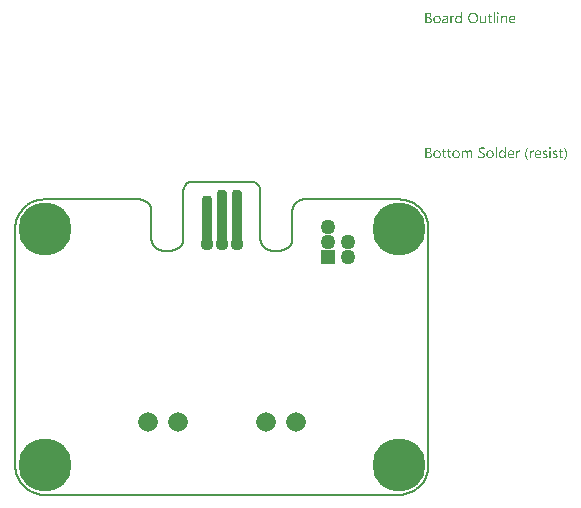
<source format=gbs>
G04*
G04 #@! TF.GenerationSoftware,Altium Limited,Altium Designer,21.9.2 (33)*
G04*
G04 Layer_Color=16711935*
%FSLAX42Y42*%
%MOMM*%
G71*
G04*
G04 #@! TF.SameCoordinates,C9CDC17D-2FD3-46DB-A318-01BEEBB1E299*
G04*
G04*
G04 #@! TF.FilePolarity,Negative*
G04*
G01*
G75*
%ADD15C,0.20*%
%ADD52C,1.67*%
%ADD53C,4.50*%
%ADD54C,1.26*%
%ADD55R,1.26X1.26*%
%ADD57C,0.15*%
%ADD67C,1.11*%
G04:AMPARAMS|DCode=70|XSize=0.9mm|YSize=4.3mm|CornerRadius=0.35mm|HoleSize=0mm|Usage=FLASHONLY|Rotation=180.000|XOffset=0mm|YOffset=0mm|HoleType=Round|Shape=RoundedRectangle|*
%AMROUNDEDRECTD70*
21,1,0.90,3.60,0,0,180.0*
21,1,0.20,4.30,0,0,180.0*
1,1,0.70,-0.10,1.80*
1,1,0.70,0.10,1.80*
1,1,0.70,0.10,-1.80*
1,1,0.70,-0.10,-1.80*
%
%ADD70ROUNDEDRECTD70*%
G04:AMPARAMS|DCode=71|XSize=0.9mm|YSize=4.8mm|CornerRadius=0.35mm|HoleSize=0mm|Usage=FLASHONLY|Rotation=180.000|XOffset=0mm|YOffset=0mm|HoleType=Round|Shape=RoundedRectangle|*
%AMROUNDEDRECTD71*
21,1,0.90,4.10,0,0,180.0*
21,1,0.20,4.80,0,0,180.0*
1,1,0.70,-0.10,2.05*
1,1,0.70,0.10,2.05*
1,1,0.70,0.10,-2.05*
1,1,0.70,-0.10,-2.05*
%
%ADD71ROUNDEDRECTD71*%
G36*
X5014Y4510D02*
X5015Y4509D01*
X5015Y4509D01*
X5016Y4509D01*
X5017Y4508D01*
X5018Y4508D01*
X5018Y4508D01*
X5018Y4507D01*
X5018Y4507D01*
X5019Y4506D01*
X5019Y4506D01*
X5019Y4505D01*
X5020Y4504D01*
X5020Y4503D01*
X5020Y4503D01*
X5020Y4503D01*
X5020Y4502D01*
X5019Y4501D01*
X5019Y4501D01*
X5019Y4500D01*
X5018Y4499D01*
X5018Y4498D01*
X5018Y4498D01*
X5017Y4498D01*
X5017Y4498D01*
X5016Y4497D01*
X5016Y4497D01*
X5015Y4497D01*
X5014Y4496D01*
X5013Y4496D01*
X5013Y4496D01*
X5012Y4496D01*
X5011Y4497D01*
X5011Y4497D01*
X5010Y4497D01*
X5009Y4498D01*
X5008Y4498D01*
X5008Y4498D01*
X5008Y4499D01*
X5008Y4499D01*
X5007Y4500D01*
X5007Y4500D01*
X5007Y4501D01*
X5006Y4502D01*
X5006Y4503D01*
X5006Y4503D01*
X5006Y4503D01*
X5006Y4504D01*
X5007Y4505D01*
X5007Y4505D01*
X5007Y4506D01*
X5008Y4507D01*
X5008Y4508D01*
X5008Y4508D01*
X5009Y4508D01*
X5009Y4508D01*
X5010Y4509D01*
X5010Y4509D01*
X5011Y4509D01*
X5012Y4510D01*
X5013Y4510D01*
X5013Y4510D01*
X5014Y4510D01*
X5014Y4510D02*
G37*
G36*
X4710Y4416D02*
X4700Y4416D01*
X4700Y4427D01*
X4700Y4427D01*
X4699Y4427D01*
X4699Y4427D01*
X4699Y4426D01*
X4698Y4425D01*
X4697Y4424D01*
X4697Y4423D01*
X4695Y4422D01*
X4694Y4421D01*
X4693Y4420D01*
X4691Y4419D01*
X4689Y4418D01*
X4687Y4417D01*
X4685Y4416D01*
X4683Y4416D01*
X4680Y4415D01*
X4678Y4415D01*
X4677Y4415D01*
X4676Y4415D01*
X4676Y4415D01*
X4675Y4415D01*
X4673Y4415D01*
X4672Y4416D01*
X4671Y4416D01*
X4669Y4416D01*
X4668Y4417D01*
X4666Y4418D01*
X4664Y4419D01*
X4663Y4420D01*
X4661Y4421D01*
X4660Y4422D01*
X4658Y4424D01*
X4658Y4424D01*
X4658Y4424D01*
X4658Y4424D01*
X4657Y4425D01*
X4657Y4426D01*
X4656Y4427D01*
X4655Y4428D01*
X4655Y4430D01*
X4654Y4431D01*
X4654Y4433D01*
X4653Y4435D01*
X4652Y4437D01*
X4652Y4439D01*
X4652Y4442D01*
X4651Y4444D01*
X4651Y4447D01*
X4651Y4447D01*
X4651Y4447D01*
X4651Y4447D01*
X4651Y4447D01*
X4651Y4448D01*
X4651Y4449D01*
X4651Y4451D01*
X4652Y4452D01*
X4652Y4454D01*
X4652Y4456D01*
X4653Y4458D01*
X4653Y4460D01*
X4654Y4462D01*
X4655Y4464D01*
X4655Y4466D01*
X4657Y4468D01*
X4658Y4470D01*
X4659Y4472D01*
X4659Y4472D01*
X4660Y4473D01*
X4660Y4473D01*
X4661Y4474D01*
X4661Y4474D01*
X4662Y4475D01*
X4664Y4476D01*
X4665Y4477D01*
X4666Y4478D01*
X4668Y4479D01*
X4670Y4480D01*
X4671Y4480D01*
X4674Y4481D01*
X4676Y4481D01*
X4678Y4482D01*
X4680Y4482D01*
X4681Y4482D01*
X4682Y4482D01*
X4683Y4482D01*
X4684Y4481D01*
X4685Y4481D01*
X4686Y4481D01*
X4688Y4480D01*
X4689Y4480D01*
X4691Y4479D01*
X4692Y4478D01*
X4694Y4477D01*
X4695Y4476D01*
X4697Y4475D01*
X4698Y4473D01*
X4700Y4471D01*
X4700Y4471D01*
X4700Y4511D01*
X4710Y4511D01*
X4710Y4416D01*
X4710Y4416D02*
G37*
G36*
X5071Y4482D02*
X5072Y4482D01*
X5073Y4481D01*
X5074Y4481D01*
X5075Y4481D01*
X5076Y4481D01*
X5077Y4481D01*
X5078Y4480D01*
X5080Y4480D01*
X5081Y4479D01*
X5082Y4478D01*
X5084Y4477D01*
X5085Y4476D01*
X5086Y4475D01*
X5086Y4475D01*
X5086Y4475D01*
X5086Y4474D01*
X5087Y4474D01*
X5087Y4473D01*
X5088Y4472D01*
X5088Y4471D01*
X5089Y4470D01*
X5089Y4469D01*
X5090Y4467D01*
X5090Y4466D01*
X5091Y4464D01*
X5091Y4462D01*
X5091Y4460D01*
X5091Y4458D01*
X5091Y4455D01*
X5091Y4416D01*
X5081Y4416D01*
X5081Y4453D01*
X5081Y4453D01*
X5081Y4453D01*
X5081Y4453D01*
X5081Y4454D01*
X5081Y4454D01*
X5081Y4455D01*
X5081Y4456D01*
X5081Y4458D01*
X5080Y4459D01*
X5080Y4461D01*
X5079Y4463D01*
X5079Y4465D01*
X5078Y4467D01*
X5076Y4468D01*
X5075Y4470D01*
X5073Y4471D01*
X5072Y4472D01*
X5071Y4472D01*
X5070Y4473D01*
X5069Y4473D01*
X5068Y4473D01*
X5066Y4473D01*
X5066Y4473D01*
X5065Y4473D01*
X5065Y4473D01*
X5064Y4473D01*
X5063Y4473D01*
X5062Y4472D01*
X5061Y4472D01*
X5060Y4472D01*
X5059Y4471D01*
X5058Y4471D01*
X5057Y4470D01*
X5056Y4469D01*
X5055Y4468D01*
X5054Y4467D01*
X5054Y4467D01*
X5054Y4467D01*
X5053Y4467D01*
X5053Y4466D01*
X5053Y4466D01*
X5052Y4465D01*
X5052Y4464D01*
X5051Y4463D01*
X5051Y4462D01*
X5050Y4461D01*
X5050Y4460D01*
X5050Y4459D01*
X5049Y4457D01*
X5049Y4456D01*
X5049Y4454D01*
X5049Y4453D01*
X5049Y4416D01*
X5039Y4416D01*
X5039Y4480D01*
X5049Y4480D01*
X5049Y4470D01*
X5049Y4470D01*
X5049Y4470D01*
X5049Y4470D01*
X5050Y4471D01*
X5050Y4472D01*
X5051Y4472D01*
X5052Y4473D01*
X5053Y4475D01*
X5054Y4476D01*
X5056Y4477D01*
X5057Y4478D01*
X5059Y4479D01*
X5061Y4480D01*
X5063Y4481D01*
X5065Y4481D01*
X5067Y4482D01*
X5070Y4482D01*
X5070Y4482D01*
X5071Y4482D01*
X5071Y4482D02*
G37*
G36*
X4640Y4481D02*
X4641Y4481D01*
X4642Y4481D01*
X4643Y4481D01*
X4644Y4481D01*
X4644Y4480D01*
X4644Y4470D01*
X4644Y4470D01*
X4644Y4470D01*
X4643Y4470D01*
X4643Y4471D01*
X4641Y4471D01*
X4640Y4472D01*
X4639Y4472D01*
X4637Y4472D01*
X4636Y4472D01*
X4636Y4472D01*
X4635Y4472D01*
X4634Y4472D01*
X4633Y4471D01*
X4632Y4471D01*
X4631Y4470D01*
X4630Y4470D01*
X4629Y4469D01*
X4628Y4469D01*
X4628Y4468D01*
X4627Y4467D01*
X4626Y4466D01*
X4626Y4466D01*
X4626Y4465D01*
X4625Y4465D01*
X4625Y4465D01*
X4625Y4464D01*
X4624Y4463D01*
X4624Y4462D01*
X4624Y4461D01*
X4623Y4460D01*
X4623Y4459D01*
X4622Y4458D01*
X4622Y4456D01*
X4622Y4454D01*
X4622Y4453D01*
X4621Y4451D01*
X4621Y4449D01*
X4621Y4416D01*
X4611Y4416D01*
X4611Y4480D01*
X4621Y4480D01*
X4621Y4467D01*
X4622Y4467D01*
X4622Y4467D01*
X4622Y4467D01*
X4622Y4468D01*
X4622Y4468D01*
X4622Y4469D01*
X4623Y4469D01*
X4623Y4471D01*
X4624Y4473D01*
X4625Y4474D01*
X4627Y4476D01*
X4628Y4478D01*
X4628Y4478D01*
X4629Y4478D01*
X4629Y4478D01*
X4629Y4478D01*
X4629Y4478D01*
X4630Y4479D01*
X4631Y4479D01*
X4633Y4480D01*
X4634Y4481D01*
X4636Y4481D01*
X4637Y4481D01*
X4638Y4481D01*
X4639Y4481D01*
X4640Y4481D01*
X4640Y4481D02*
G37*
G36*
X4913Y4416D02*
X4903Y4416D01*
X4903Y4427D01*
X4903Y4427D01*
X4903Y4426D01*
X4902Y4426D01*
X4902Y4425D01*
X4902Y4425D01*
X4901Y4424D01*
X4900Y4423D01*
X4899Y4422D01*
X4898Y4421D01*
X4897Y4420D01*
X4895Y4419D01*
X4894Y4418D01*
X4892Y4417D01*
X4890Y4416D01*
X4888Y4415D01*
X4885Y4415D01*
X4883Y4415D01*
X4882Y4415D01*
X4882Y4415D01*
X4882Y4415D01*
X4881Y4415D01*
X4880Y4415D01*
X4879Y4415D01*
X4878Y4416D01*
X4876Y4416D01*
X4874Y4417D01*
X4873Y4418D01*
X4872Y4418D01*
X4871Y4419D01*
X4870Y4420D01*
X4868Y4421D01*
X4867Y4422D01*
X4866Y4423D01*
X4865Y4424D01*
X4865Y4425D01*
X4864Y4426D01*
X4863Y4428D01*
X4862Y4430D01*
X4862Y4431D01*
X4861Y4433D01*
X4861Y4435D01*
X4860Y4437D01*
X4860Y4440D01*
X4860Y4442D01*
X4860Y4480D01*
X4870Y4480D01*
X4870Y4444D01*
X4870Y4444D01*
X4870Y4443D01*
X4870Y4443D01*
X4870Y4443D01*
X4870Y4442D01*
X4870Y4442D01*
X4871Y4441D01*
X4871Y4439D01*
X4871Y4437D01*
X4872Y4435D01*
X4872Y4434D01*
X4873Y4432D01*
X4874Y4430D01*
X4875Y4428D01*
X4877Y4427D01*
X4879Y4425D01*
X4880Y4425D01*
X4881Y4424D01*
X4882Y4424D01*
X4883Y4424D01*
X4884Y4424D01*
X4886Y4424D01*
X4887Y4424D01*
X4887Y4424D01*
X4888Y4424D01*
X4888Y4424D01*
X4889Y4424D01*
X4890Y4424D01*
X4891Y4424D01*
X4892Y4425D01*
X4893Y4425D01*
X4894Y4426D01*
X4895Y4427D01*
X4896Y4427D01*
X4897Y4428D01*
X4898Y4429D01*
X4898Y4429D01*
X4898Y4429D01*
X4899Y4430D01*
X4899Y4430D01*
X4899Y4431D01*
X4900Y4431D01*
X4900Y4432D01*
X4901Y4433D01*
X4901Y4434D01*
X4901Y4435D01*
X4902Y4436D01*
X4902Y4437D01*
X4902Y4439D01*
X4903Y4440D01*
X4903Y4442D01*
X4903Y4443D01*
X4903Y4480D01*
X4913Y4480D01*
X4913Y4416D01*
X4913Y4416D02*
G37*
G36*
X5018Y4416D02*
X5008Y4416D01*
X5008Y4480D01*
X5018Y4480D01*
X5018Y4416D01*
X5018Y4416D02*
G37*
G36*
X4987Y4416D02*
X4977Y4416D01*
X4977Y4511D01*
X4987Y4511D01*
X4987Y4416D01*
X4987Y4416D02*
G37*
G36*
X4570Y4482D02*
X4571Y4482D01*
X4572Y4482D01*
X4572Y4481D01*
X4573Y4481D01*
X4575Y4481D01*
X4577Y4480D01*
X4579Y4480D01*
X4581Y4479D01*
X4583Y4477D01*
X4584Y4477D01*
X4585Y4476D01*
X4586Y4475D01*
X4587Y4474D01*
X4588Y4473D01*
X4588Y4472D01*
X4589Y4470D01*
X4590Y4469D01*
X4590Y4467D01*
X4591Y4466D01*
X4591Y4464D01*
X4592Y4462D01*
X4592Y4460D01*
X4592Y4458D01*
X4592Y4416D01*
X4582Y4416D01*
X4582Y4426D01*
X4582Y4426D01*
X4581Y4426D01*
X4581Y4426D01*
X4581Y4425D01*
X4580Y4425D01*
X4580Y4424D01*
X4579Y4423D01*
X4578Y4422D01*
X4577Y4421D01*
X4575Y4420D01*
X4574Y4419D01*
X4572Y4418D01*
X4570Y4417D01*
X4569Y4416D01*
X4566Y4415D01*
X4564Y4415D01*
X4562Y4415D01*
X4561Y4415D01*
X4560Y4415D01*
X4560Y4415D01*
X4559Y4415D01*
X4558Y4415D01*
X4557Y4416D01*
X4554Y4416D01*
X4553Y4417D01*
X4552Y4417D01*
X4550Y4418D01*
X4549Y4418D01*
X4548Y4419D01*
X4547Y4420D01*
X4547Y4420D01*
X4547Y4420D01*
X4547Y4421D01*
X4546Y4421D01*
X4546Y4421D01*
X4545Y4422D01*
X4545Y4423D01*
X4544Y4424D01*
X4544Y4424D01*
X4543Y4426D01*
X4543Y4427D01*
X4543Y4428D01*
X4542Y4429D01*
X4542Y4430D01*
X4542Y4432D01*
X4542Y4433D01*
X4542Y4433D01*
X4542Y4434D01*
X4542Y4434D01*
X4542Y4434D01*
X4542Y4435D01*
X4542Y4435D01*
X4542Y4436D01*
X4542Y4438D01*
X4543Y4439D01*
X4543Y4441D01*
X4544Y4443D01*
X4545Y4445D01*
X4547Y4446D01*
X4548Y4447D01*
X4548Y4448D01*
X4550Y4449D01*
X4551Y4450D01*
X4552Y4450D01*
X4553Y4451D01*
X4554Y4452D01*
X4556Y4452D01*
X4557Y4453D01*
X4559Y4453D01*
X4561Y4454D01*
X4563Y4454D01*
X4582Y4457D01*
X4582Y4457D01*
X4582Y4457D01*
X4582Y4457D01*
X4582Y4458D01*
X4582Y4458D01*
X4582Y4459D01*
X4581Y4461D01*
X4581Y4462D01*
X4581Y4463D01*
X4580Y4465D01*
X4579Y4466D01*
X4579Y4468D01*
X4578Y4469D01*
X4576Y4471D01*
X4575Y4472D01*
X4573Y4472D01*
X4572Y4473D01*
X4571Y4473D01*
X4570Y4473D01*
X4569Y4473D01*
X4568Y4473D01*
X4568Y4473D01*
X4567Y4473D01*
X4566Y4473D01*
X4565Y4473D01*
X4563Y4472D01*
X4562Y4472D01*
X4560Y4472D01*
X4559Y4471D01*
X4557Y4471D01*
X4555Y4470D01*
X4553Y4469D01*
X4551Y4468D01*
X4550Y4467D01*
X4548Y4465D01*
X4548Y4476D01*
X4548Y4476D01*
X4548Y4476D01*
X4549Y4476D01*
X4550Y4477D01*
X4550Y4477D01*
X4551Y4478D01*
X4553Y4478D01*
X4554Y4479D01*
X4556Y4479D01*
X4557Y4480D01*
X4559Y4480D01*
X4561Y4481D01*
X4563Y4481D01*
X4565Y4481D01*
X4567Y4482D01*
X4570Y4482D01*
X4570Y4482D01*
X4570Y4482D01*
X4570Y4482D02*
G37*
G36*
X4427Y4506D02*
X4428Y4506D01*
X4429Y4505D01*
X4431Y4505D01*
X4432Y4505D01*
X4433Y4505D01*
X4435Y4504D01*
X4436Y4504D01*
X4438Y4503D01*
X4440Y4503D01*
X4441Y4502D01*
X4442Y4501D01*
X4444Y4500D01*
X4444Y4500D01*
X4444Y4500D01*
X4444Y4499D01*
X4445Y4499D01*
X4445Y4498D01*
X4446Y4498D01*
X4446Y4497D01*
X4447Y4496D01*
X4448Y4495D01*
X4448Y4494D01*
X4449Y4493D01*
X4449Y4491D01*
X4450Y4490D01*
X4450Y4489D01*
X4450Y4487D01*
X4450Y4485D01*
X4450Y4485D01*
X4450Y4485D01*
X4450Y4485D01*
X4450Y4484D01*
X4450Y4483D01*
X4450Y4483D01*
X4450Y4482D01*
X4450Y4481D01*
X4449Y4479D01*
X4449Y4477D01*
X4448Y4475D01*
X4448Y4474D01*
X4447Y4473D01*
X4446Y4472D01*
X4446Y4472D01*
X4446Y4472D01*
X4446Y4472D01*
X4446Y4471D01*
X4445Y4471D01*
X4445Y4470D01*
X4444Y4470D01*
X4443Y4469D01*
X4443Y4468D01*
X4442Y4468D01*
X4441Y4467D01*
X4440Y4466D01*
X4439Y4466D01*
X4438Y4465D01*
X4435Y4464D01*
X4435Y4464D01*
X4435Y4464D01*
X4435Y4464D01*
X4436Y4464D01*
X4437Y4464D01*
X4437Y4464D01*
X4438Y4463D01*
X4439Y4463D01*
X4440Y4463D01*
X4443Y4462D01*
X4444Y4461D01*
X4445Y4461D01*
X4446Y4460D01*
X4447Y4459D01*
X4449Y4458D01*
X4450Y4457D01*
X4450Y4457D01*
X4450Y4457D01*
X4450Y4457D01*
X4450Y4456D01*
X4451Y4455D01*
X4451Y4455D01*
X4452Y4454D01*
X4452Y4453D01*
X4453Y4452D01*
X4453Y4451D01*
X4454Y4450D01*
X4454Y4448D01*
X4454Y4447D01*
X4455Y4445D01*
X4455Y4444D01*
X4455Y4442D01*
X4455Y4442D01*
X4455Y4442D01*
X4455Y4441D01*
X4455Y4440D01*
X4455Y4439D01*
X4454Y4438D01*
X4454Y4437D01*
X4454Y4435D01*
X4453Y4434D01*
X4453Y4433D01*
X4452Y4431D01*
X4451Y4429D01*
X4451Y4428D01*
X4449Y4426D01*
X4448Y4425D01*
X4447Y4424D01*
X4447Y4423D01*
X4446Y4423D01*
X4446Y4423D01*
X4445Y4422D01*
X4444Y4422D01*
X4443Y4421D01*
X4442Y4421D01*
X4441Y4420D01*
X4440Y4419D01*
X4438Y4419D01*
X4436Y4418D01*
X4434Y4418D01*
X4432Y4417D01*
X4430Y4417D01*
X4428Y4417D01*
X4426Y4416D01*
X4400Y4416D01*
X4400Y4506D01*
X4426Y4506D01*
X4427Y4506D01*
X4427Y4506D02*
G37*
G36*
X4947Y4480D02*
X4963Y4480D01*
X4963Y4471D01*
X4947Y4471D01*
X4947Y4436D01*
X4947Y4435D01*
X4947Y4435D01*
X4947Y4435D01*
X4947Y4435D01*
X4947Y4434D01*
X4947Y4433D01*
X4948Y4432D01*
X4948Y4430D01*
X4948Y4429D01*
X4949Y4428D01*
X4949Y4427D01*
X4949Y4426D01*
X4949Y4426D01*
X4950Y4426D01*
X4950Y4426D01*
X4951Y4425D01*
X4952Y4424D01*
X4953Y4424D01*
X4955Y4424D01*
X4957Y4424D01*
X4957Y4424D01*
X4958Y4424D01*
X4959Y4424D01*
X4960Y4424D01*
X4961Y4424D01*
X4962Y4425D01*
X4963Y4426D01*
X4963Y4417D01*
X4963Y4417D01*
X4963Y4417D01*
X4963Y4417D01*
X4963Y4417D01*
X4962Y4416D01*
X4961Y4416D01*
X4959Y4416D01*
X4958Y4415D01*
X4956Y4415D01*
X4954Y4415D01*
X4953Y4415D01*
X4952Y4415D01*
X4951Y4415D01*
X4950Y4416D01*
X4948Y4416D01*
X4947Y4417D01*
X4945Y4418D01*
X4944Y4418D01*
X4942Y4420D01*
X4941Y4421D01*
X4940Y4422D01*
X4940Y4423D01*
X4939Y4424D01*
X4939Y4425D01*
X4938Y4426D01*
X4938Y4428D01*
X4937Y4429D01*
X4937Y4430D01*
X4937Y4432D01*
X4937Y4434D01*
X4937Y4471D01*
X4926Y4471D01*
X4926Y4480D01*
X4937Y4480D01*
X4937Y4496D01*
X4947Y4499D01*
X4947Y4480D01*
X4947Y4480D02*
G37*
G36*
X5137Y4482D02*
X5138Y4482D01*
X5139Y4481D01*
X5140Y4481D01*
X5141Y4481D01*
X5143Y4481D01*
X5144Y4480D01*
X5146Y4480D01*
X5147Y4479D01*
X5149Y4478D01*
X5151Y4477D01*
X5152Y4476D01*
X5154Y4475D01*
X5155Y4474D01*
X5155Y4473D01*
X5155Y4473D01*
X5156Y4473D01*
X5156Y4472D01*
X5157Y4471D01*
X5157Y4470D01*
X5158Y4469D01*
X5158Y4468D01*
X5159Y4466D01*
X5160Y4465D01*
X5160Y4463D01*
X5161Y4461D01*
X5161Y4458D01*
X5162Y4456D01*
X5162Y4454D01*
X5162Y4451D01*
X5162Y4446D01*
X5117Y4446D01*
X5117Y4446D01*
X5117Y4445D01*
X5117Y4445D01*
X5117Y4444D01*
X5117Y4443D01*
X5117Y4442D01*
X5117Y4441D01*
X5118Y4440D01*
X5118Y4437D01*
X5119Y4436D01*
X5119Y4434D01*
X5120Y4433D01*
X5121Y4432D01*
X5122Y4430D01*
X5123Y4429D01*
X5123Y4429D01*
X5123Y4429D01*
X5123Y4429D01*
X5124Y4428D01*
X5124Y4428D01*
X5125Y4427D01*
X5126Y4427D01*
X5127Y4426D01*
X5128Y4426D01*
X5129Y4425D01*
X5130Y4425D01*
X5131Y4424D01*
X5133Y4424D01*
X5134Y4424D01*
X5136Y4424D01*
X5138Y4424D01*
X5138Y4424D01*
X5139Y4424D01*
X5139Y4424D01*
X5140Y4424D01*
X5142Y4424D01*
X5143Y4424D01*
X5144Y4424D01*
X5146Y4425D01*
X5147Y4425D01*
X5149Y4426D01*
X5151Y4427D01*
X5152Y4427D01*
X5154Y4428D01*
X5156Y4429D01*
X5157Y4431D01*
X5157Y4421D01*
X5157Y4421D01*
X5157Y4421D01*
X5157Y4420D01*
X5156Y4420D01*
X5155Y4420D01*
X5154Y4419D01*
X5153Y4419D01*
X5152Y4418D01*
X5150Y4417D01*
X5148Y4417D01*
X5147Y4416D01*
X5145Y4416D01*
X5142Y4416D01*
X5140Y4415D01*
X5138Y4415D01*
X5135Y4415D01*
X5135Y4415D01*
X5134Y4415D01*
X5133Y4415D01*
X5132Y4415D01*
X5131Y4415D01*
X5129Y4416D01*
X5128Y4416D01*
X5126Y4417D01*
X5124Y4417D01*
X5122Y4418D01*
X5121Y4419D01*
X5119Y4420D01*
X5117Y4421D01*
X5116Y4422D01*
X5114Y4424D01*
X5114Y4424D01*
X5114Y4424D01*
X5113Y4425D01*
X5113Y4425D01*
X5112Y4426D01*
X5112Y4427D01*
X5111Y4428D01*
X5110Y4430D01*
X5110Y4432D01*
X5109Y4433D01*
X5108Y4435D01*
X5108Y4438D01*
X5107Y4440D01*
X5107Y4442D01*
X5106Y4445D01*
X5106Y4448D01*
X5106Y4448D01*
X5106Y4448D01*
X5106Y4448D01*
X5106Y4449D01*
X5106Y4449D01*
X5107Y4451D01*
X5107Y4452D01*
X5107Y4453D01*
X5107Y4455D01*
X5107Y4457D01*
X5108Y4459D01*
X5108Y4461D01*
X5109Y4463D01*
X5110Y4465D01*
X5111Y4467D01*
X5112Y4469D01*
X5113Y4470D01*
X5115Y4472D01*
X5115Y4472D01*
X5115Y4473D01*
X5116Y4473D01*
X5116Y4474D01*
X5117Y4474D01*
X5118Y4475D01*
X5119Y4476D01*
X5121Y4477D01*
X5122Y4478D01*
X5124Y4479D01*
X5125Y4480D01*
X5127Y4480D01*
X5129Y4481D01*
X5131Y4481D01*
X5133Y4482D01*
X5136Y4482D01*
X5136Y4482D01*
X5137Y4482D01*
X5137Y4482D02*
G37*
G36*
X4806Y4507D02*
X4806Y4507D01*
X4807Y4507D01*
X4807Y4507D01*
X4809Y4507D01*
X4811Y4507D01*
X4813Y4506D01*
X4815Y4506D01*
X4817Y4505D01*
X4820Y4504D01*
X4822Y4503D01*
X4825Y4502D01*
X4827Y4501D01*
X4830Y4499D01*
X4832Y4497D01*
X4834Y4495D01*
X4834Y4495D01*
X4835Y4494D01*
X4835Y4493D01*
X4836Y4492D01*
X4837Y4491D01*
X4838Y4490D01*
X4839Y4488D01*
X4840Y4486D01*
X4841Y4484D01*
X4842Y4481D01*
X4843Y4479D01*
X4844Y4476D01*
X4844Y4473D01*
X4845Y4469D01*
X4845Y4466D01*
X4845Y4462D01*
X4845Y4462D01*
X4845Y4462D01*
X4845Y4462D01*
X4845Y4461D01*
X4845Y4461D01*
X4845Y4460D01*
X4845Y4459D01*
X4845Y4459D01*
X4845Y4458D01*
X4845Y4457D01*
X4845Y4455D01*
X4844Y4452D01*
X4844Y4450D01*
X4843Y4447D01*
X4843Y4444D01*
X4842Y4441D01*
X4841Y4438D01*
X4839Y4436D01*
X4838Y4433D01*
X4836Y4430D01*
X4834Y4428D01*
X4834Y4427D01*
X4833Y4427D01*
X4833Y4426D01*
X4832Y4426D01*
X4830Y4425D01*
X4829Y4424D01*
X4828Y4423D01*
X4826Y4421D01*
X4824Y4420D01*
X4821Y4419D01*
X4819Y4418D01*
X4816Y4417D01*
X4813Y4416D01*
X4810Y4416D01*
X4806Y4415D01*
X4803Y4415D01*
X4802Y4415D01*
X4802Y4415D01*
X4801Y4415D01*
X4800Y4415D01*
X4800Y4415D01*
X4798Y4415D01*
X4796Y4416D01*
X4794Y4416D01*
X4792Y4417D01*
X4790Y4417D01*
X4787Y4418D01*
X4785Y4419D01*
X4782Y4420D01*
X4779Y4422D01*
X4777Y4423D01*
X4775Y4425D01*
X4772Y4427D01*
X4772Y4428D01*
X4772Y4428D01*
X4771Y4429D01*
X4771Y4430D01*
X4770Y4431D01*
X4769Y4433D01*
X4768Y4434D01*
X4767Y4436D01*
X4766Y4438D01*
X4765Y4441D01*
X4764Y4444D01*
X4763Y4446D01*
X4762Y4450D01*
X4762Y4453D01*
X4761Y4456D01*
X4761Y4460D01*
X4761Y4460D01*
X4761Y4460D01*
X4761Y4461D01*
X4761Y4461D01*
X4761Y4462D01*
X4761Y4462D01*
X4761Y4463D01*
X4761Y4464D01*
X4761Y4464D01*
X4761Y4465D01*
X4762Y4468D01*
X4762Y4470D01*
X4763Y4472D01*
X4763Y4475D01*
X4764Y4478D01*
X4765Y4481D01*
X4766Y4484D01*
X4767Y4486D01*
X4769Y4489D01*
X4771Y4492D01*
X4773Y4494D01*
X4773Y4495D01*
X4773Y4495D01*
X4774Y4496D01*
X4775Y4496D01*
X4776Y4497D01*
X4777Y4498D01*
X4779Y4500D01*
X4781Y4501D01*
X4783Y4502D01*
X4786Y4503D01*
X4788Y4504D01*
X4791Y4505D01*
X4794Y4506D01*
X4797Y4507D01*
X4801Y4507D01*
X4804Y4507D01*
X4805Y4507D01*
X4806Y4507D01*
X4806Y4507D02*
G37*
G36*
X4501Y4482D02*
X4502Y4482D01*
X4503Y4481D01*
X4505Y4481D01*
X4506Y4481D01*
X4508Y4481D01*
X4510Y4480D01*
X4512Y4480D01*
X4513Y4479D01*
X4515Y4478D01*
X4517Y4477D01*
X4519Y4476D01*
X4520Y4474D01*
X4522Y4473D01*
X4522Y4473D01*
X4522Y4473D01*
X4523Y4472D01*
X4523Y4471D01*
X4524Y4470D01*
X4525Y4469D01*
X4525Y4468D01*
X4526Y4467D01*
X4527Y4465D01*
X4528Y4463D01*
X4528Y4461D01*
X4529Y4459D01*
X4529Y4457D01*
X4530Y4454D01*
X4530Y4451D01*
X4530Y4449D01*
X4530Y4449D01*
X4530Y4448D01*
X4530Y4448D01*
X4530Y4448D01*
X4530Y4447D01*
X4530Y4446D01*
X4530Y4445D01*
X4530Y4443D01*
X4529Y4442D01*
X4529Y4440D01*
X4528Y4438D01*
X4528Y4436D01*
X4527Y4434D01*
X4526Y4432D01*
X4525Y4430D01*
X4524Y4428D01*
X4523Y4426D01*
X4521Y4424D01*
X4521Y4424D01*
X4521Y4424D01*
X4521Y4423D01*
X4520Y4423D01*
X4519Y4422D01*
X4518Y4421D01*
X4517Y4420D01*
X4515Y4420D01*
X4514Y4419D01*
X4512Y4418D01*
X4510Y4417D01*
X4508Y4416D01*
X4506Y4416D01*
X4503Y4415D01*
X4501Y4415D01*
X4498Y4415D01*
X4498Y4415D01*
X4497Y4415D01*
X4496Y4415D01*
X4495Y4415D01*
X4493Y4415D01*
X4492Y4416D01*
X4490Y4416D01*
X4488Y4417D01*
X4487Y4417D01*
X4485Y4418D01*
X4483Y4419D01*
X4481Y4420D01*
X4479Y4421D01*
X4477Y4422D01*
X4476Y4424D01*
X4476Y4424D01*
X4475Y4424D01*
X4475Y4425D01*
X4474Y4426D01*
X4474Y4426D01*
X4473Y4427D01*
X4472Y4429D01*
X4472Y4430D01*
X4471Y4432D01*
X4470Y4434D01*
X4469Y4436D01*
X4469Y4438D01*
X4468Y4440D01*
X4468Y4442D01*
X4467Y4445D01*
X4467Y4448D01*
X4467Y4448D01*
X4467Y4448D01*
X4467Y4448D01*
X4467Y4448D01*
X4467Y4449D01*
X4467Y4450D01*
X4468Y4452D01*
X4468Y4453D01*
X4468Y4455D01*
X4468Y4457D01*
X4469Y4459D01*
X4469Y4461D01*
X4470Y4463D01*
X4471Y4465D01*
X4472Y4467D01*
X4473Y4469D01*
X4474Y4471D01*
X4476Y4473D01*
X4476Y4473D01*
X4476Y4473D01*
X4477Y4474D01*
X4478Y4474D01*
X4479Y4475D01*
X4480Y4476D01*
X4481Y4476D01*
X4482Y4477D01*
X4484Y4478D01*
X4486Y4479D01*
X4488Y4480D01*
X4490Y4480D01*
X4492Y4481D01*
X4494Y4481D01*
X4497Y4482D01*
X4500Y4482D01*
X4500Y4482D01*
X4501Y4482D01*
X4501Y4482D02*
G37*
G36*
X5456Y3368D02*
X5457Y3368D01*
X5458Y3368D01*
X5458Y3368D01*
X5459Y3367D01*
X5460Y3366D01*
X5460Y3366D01*
X5460Y3366D01*
X5461Y3366D01*
X5461Y3365D01*
X5461Y3364D01*
X5462Y3364D01*
X5462Y3363D01*
X5462Y3362D01*
X5462Y3362D01*
X5462Y3361D01*
X5462Y3361D01*
X5462Y3360D01*
X5461Y3359D01*
X5461Y3359D01*
X5461Y3358D01*
X5460Y3357D01*
X5460Y3357D01*
X5460Y3357D01*
X5459Y3356D01*
X5459Y3356D01*
X5458Y3356D01*
X5457Y3355D01*
X5456Y3355D01*
X5455Y3355D01*
X5455Y3355D01*
X5454Y3355D01*
X5454Y3355D01*
X5453Y3356D01*
X5452Y3356D01*
X5451Y3356D01*
X5450Y3357D01*
X5450Y3357D01*
X5450Y3357D01*
X5450Y3358D01*
X5450Y3358D01*
X5449Y3359D01*
X5449Y3360D01*
X5449Y3361D01*
X5449Y3362D01*
X5449Y3362D01*
X5449Y3362D01*
X5449Y3363D01*
X5449Y3363D01*
X5449Y3364D01*
X5449Y3365D01*
X5450Y3366D01*
X5450Y3366D01*
X5451Y3367D01*
X5451Y3367D01*
X5451Y3367D01*
X5452Y3367D01*
X5452Y3368D01*
X5453Y3368D01*
X5454Y3368D01*
X5455Y3368D01*
X5456Y3368D01*
X5456Y3368D01*
X5456Y3368D02*
G37*
G36*
X4883Y3366D02*
X4884Y3366D01*
X4885Y3366D01*
X4886Y3366D01*
X4888Y3366D01*
X4891Y3365D01*
X4894Y3365D01*
X4896Y3364D01*
X4897Y3364D01*
X4899Y3363D01*
X4900Y3363D01*
X4900Y3351D01*
X4900Y3351D01*
X4899Y3351D01*
X4899Y3351D01*
X4898Y3352D01*
X4898Y3352D01*
X4897Y3353D01*
X4895Y3353D01*
X4894Y3354D01*
X4893Y3354D01*
X4891Y3355D01*
X4890Y3355D01*
X4888Y3356D01*
X4886Y3356D01*
X4884Y3356D01*
X4882Y3356D01*
X4879Y3356D01*
X4878Y3356D01*
X4877Y3356D01*
X4876Y3356D01*
X4875Y3356D01*
X4874Y3356D01*
X4873Y3356D01*
X4872Y3356D01*
X4872Y3356D01*
X4871Y3355D01*
X4871Y3355D01*
X4870Y3355D01*
X4869Y3355D01*
X4867Y3354D01*
X4866Y3353D01*
X4866Y3353D01*
X4866Y3353D01*
X4865Y3353D01*
X4865Y3352D01*
X4864Y3352D01*
X4863Y3351D01*
X4863Y3350D01*
X4862Y3349D01*
X4862Y3349D01*
X4862Y3349D01*
X4862Y3348D01*
X4861Y3348D01*
X4861Y3347D01*
X4861Y3346D01*
X4861Y3344D01*
X4860Y3343D01*
X4860Y3343D01*
X4860Y3343D01*
X4861Y3342D01*
X4861Y3341D01*
X4861Y3340D01*
X4861Y3339D01*
X4861Y3338D01*
X4862Y3337D01*
X4862Y3337D01*
X4862Y3337D01*
X4862Y3336D01*
X4863Y3336D01*
X4863Y3335D01*
X4864Y3334D01*
X4865Y3333D01*
X4865Y3333D01*
X4866Y3332D01*
X4866Y3332D01*
X4867Y3332D01*
X4867Y3331D01*
X4868Y3331D01*
X4869Y3330D01*
X4870Y3329D01*
X4872Y3329D01*
X4872Y3329D01*
X4872Y3328D01*
X4872Y3328D01*
X4873Y3328D01*
X4874Y3327D01*
X4875Y3327D01*
X4877Y3326D01*
X4878Y3325D01*
X4880Y3324D01*
X4880Y3324D01*
X4880Y3324D01*
X4880Y3324D01*
X4881Y3324D01*
X4881Y3324D01*
X4882Y3324D01*
X4883Y3323D01*
X4884Y3322D01*
X4886Y3321D01*
X4887Y3320D01*
X4889Y3319D01*
X4889Y3319D01*
X4889Y3319D01*
X4889Y3319D01*
X4890Y3319D01*
X4890Y3318D01*
X4891Y3318D01*
X4893Y3317D01*
X4894Y3316D01*
X4895Y3315D01*
X4896Y3314D01*
X4897Y3313D01*
X4897Y3313D01*
X4898Y3312D01*
X4898Y3312D01*
X4899Y3310D01*
X4900Y3309D01*
X4901Y3308D01*
X4902Y3307D01*
X4902Y3306D01*
X4902Y3306D01*
X4902Y3306D01*
X4902Y3306D01*
X4902Y3305D01*
X4903Y3304D01*
X4903Y3303D01*
X4903Y3301D01*
X4903Y3300D01*
X4903Y3298D01*
X4903Y3298D01*
X4903Y3297D01*
X4903Y3297D01*
X4903Y3297D01*
X4903Y3296D01*
X4903Y3295D01*
X4903Y3295D01*
X4903Y3294D01*
X4903Y3292D01*
X4902Y3290D01*
X4902Y3288D01*
X4901Y3287D01*
X4901Y3286D01*
X4901Y3286D01*
X4901Y3286D01*
X4900Y3286D01*
X4900Y3285D01*
X4899Y3284D01*
X4898Y3283D01*
X4897Y3281D01*
X4895Y3280D01*
X4894Y3279D01*
X4894Y3279D01*
X4894Y3279D01*
X4893Y3279D01*
X4893Y3279D01*
X4893Y3278D01*
X4892Y3278D01*
X4891Y3278D01*
X4890Y3277D01*
X4888Y3276D01*
X4886Y3276D01*
X4884Y3275D01*
X4884Y3275D01*
X4884Y3275D01*
X4883Y3275D01*
X4883Y3275D01*
X4882Y3275D01*
X4882Y3275D01*
X4881Y3275D01*
X4880Y3274D01*
X4878Y3274D01*
X4876Y3274D01*
X4874Y3274D01*
X4872Y3274D01*
X4871Y3274D01*
X4870Y3274D01*
X4870Y3274D01*
X4869Y3274D01*
X4868Y3274D01*
X4866Y3274D01*
X4866Y3274D01*
X4866Y3274D01*
X4865Y3274D01*
X4864Y3274D01*
X4864Y3275D01*
X4862Y3275D01*
X4861Y3275D01*
X4860Y3275D01*
X4860Y3275D01*
X4860Y3275D01*
X4859Y3275D01*
X4858Y3276D01*
X4857Y3276D01*
X4856Y3276D01*
X4854Y3277D01*
X4854Y3277D01*
X4853Y3277D01*
X4853Y3277D01*
X4852Y3277D01*
X4852Y3278D01*
X4851Y3278D01*
X4850Y3278D01*
X4849Y3279D01*
X4849Y3291D01*
X4849Y3291D01*
X4850Y3291D01*
X4850Y3290D01*
X4851Y3290D01*
X4852Y3290D01*
X4852Y3289D01*
X4853Y3288D01*
X4854Y3288D01*
X4855Y3288D01*
X4855Y3288D01*
X4856Y3287D01*
X4856Y3287D01*
X4857Y3287D01*
X4858Y3286D01*
X4859Y3286D01*
X4861Y3285D01*
X4861Y3285D01*
X4861Y3285D01*
X4862Y3285D01*
X4863Y3285D01*
X4864Y3284D01*
X4865Y3284D01*
X4867Y3284D01*
X4867Y3284D01*
X4868Y3284D01*
X4868Y3283D01*
X4869Y3283D01*
X4870Y3283D01*
X4871Y3283D01*
X4873Y3283D01*
X4874Y3283D01*
X4875Y3283D01*
X4876Y3283D01*
X4877Y3283D01*
X4878Y3283D01*
X4879Y3284D01*
X4881Y3284D01*
X4883Y3285D01*
X4886Y3285D01*
X4887Y3286D01*
X4888Y3287D01*
X4888Y3287D01*
X4888Y3287D01*
X4888Y3287D01*
X4888Y3287D01*
X4889Y3288D01*
X4889Y3288D01*
X4890Y3289D01*
X4890Y3289D01*
X4891Y3290D01*
X4891Y3291D01*
X4892Y3293D01*
X4892Y3294D01*
X4892Y3295D01*
X4892Y3296D01*
X4892Y3297D01*
X4892Y3297D01*
X4892Y3297D01*
X4892Y3298D01*
X4892Y3298D01*
X4892Y3299D01*
X4892Y3300D01*
X4892Y3301D01*
X4891Y3302D01*
X4891Y3303D01*
X4891Y3303D01*
X4891Y3304D01*
X4890Y3304D01*
X4890Y3305D01*
X4889Y3306D01*
X4888Y3306D01*
X4888Y3307D01*
X4887Y3308D01*
X4886Y3308D01*
X4886Y3309D01*
X4885Y3309D01*
X4885Y3310D01*
X4884Y3310D01*
X4883Y3311D01*
X4881Y3312D01*
X4880Y3312D01*
X4880Y3312D01*
X4880Y3312D01*
X4879Y3313D01*
X4879Y3313D01*
X4878Y3313D01*
X4877Y3314D01*
X4876Y3314D01*
X4875Y3315D01*
X4873Y3316D01*
X4872Y3317D01*
X4872Y3317D01*
X4871Y3317D01*
X4871Y3317D01*
X4871Y3317D01*
X4870Y3318D01*
X4869Y3318D01*
X4867Y3319D01*
X4866Y3320D01*
X4863Y3321D01*
X4863Y3321D01*
X4863Y3322D01*
X4863Y3322D01*
X4862Y3322D01*
X4861Y3322D01*
X4861Y3323D01*
X4859Y3324D01*
X4858Y3325D01*
X4857Y3326D01*
X4856Y3327D01*
X4856Y3327D01*
X4855Y3327D01*
X4855Y3328D01*
X4854Y3329D01*
X4853Y3330D01*
X4853Y3331D01*
X4852Y3332D01*
X4851Y3333D01*
X4851Y3333D01*
X4851Y3334D01*
X4851Y3334D01*
X4851Y3334D01*
X4851Y3335D01*
X4850Y3336D01*
X4850Y3337D01*
X4850Y3339D01*
X4850Y3340D01*
X4849Y3342D01*
X4849Y3342D01*
X4849Y3342D01*
X4849Y3343D01*
X4850Y3343D01*
X4850Y3344D01*
X4850Y3344D01*
X4850Y3346D01*
X4850Y3347D01*
X4851Y3349D01*
X4851Y3351D01*
X4852Y3353D01*
X4852Y3353D01*
X4852Y3353D01*
X4852Y3353D01*
X4853Y3353D01*
X4853Y3354D01*
X4854Y3355D01*
X4855Y3357D01*
X4856Y3358D01*
X4858Y3359D01*
X4859Y3360D01*
X4859Y3360D01*
X4859Y3360D01*
X4860Y3360D01*
X4860Y3361D01*
X4860Y3361D01*
X4861Y3361D01*
X4862Y3362D01*
X4864Y3363D01*
X4865Y3363D01*
X4867Y3364D01*
X4869Y3364D01*
X4869Y3364D01*
X4869Y3365D01*
X4870Y3365D01*
X4870Y3365D01*
X4871Y3365D01*
X4871Y3365D01*
X4872Y3365D01*
X4873Y3365D01*
X4874Y3366D01*
X4876Y3366D01*
X4878Y3366D01*
X4880Y3366D01*
X4882Y3366D01*
X4883Y3366D01*
X4883Y3366D02*
G37*
G36*
X5080Y3275D02*
X5070Y3275D01*
X5070Y3286D01*
X5069Y3286D01*
X5069Y3286D01*
X5069Y3285D01*
X5069Y3285D01*
X5068Y3284D01*
X5067Y3283D01*
X5066Y3282D01*
X5065Y3281D01*
X5064Y3280D01*
X5063Y3279D01*
X5061Y3278D01*
X5059Y3277D01*
X5057Y3276D01*
X5055Y3275D01*
X5053Y3274D01*
X5050Y3274D01*
X5048Y3274D01*
X5047Y3274D01*
X5046Y3274D01*
X5046Y3274D01*
X5045Y3274D01*
X5043Y3274D01*
X5042Y3274D01*
X5041Y3275D01*
X5039Y3275D01*
X5038Y3276D01*
X5036Y3277D01*
X5034Y3277D01*
X5033Y3278D01*
X5031Y3279D01*
X5030Y3281D01*
X5028Y3282D01*
X5028Y3282D01*
X5028Y3283D01*
X5028Y3283D01*
X5027Y3284D01*
X5027Y3285D01*
X5026Y3286D01*
X5025Y3287D01*
X5025Y3288D01*
X5024Y3290D01*
X5023Y3292D01*
X5023Y3294D01*
X5022Y3296D01*
X5022Y3298D01*
X5021Y3300D01*
X5021Y3303D01*
X5021Y3306D01*
X5021Y3306D01*
X5021Y3306D01*
X5021Y3306D01*
X5021Y3306D01*
X5021Y3307D01*
X5021Y3308D01*
X5021Y3310D01*
X5022Y3311D01*
X5022Y3313D01*
X5022Y3315D01*
X5023Y3317D01*
X5023Y3319D01*
X5024Y3321D01*
X5025Y3323D01*
X5025Y3325D01*
X5026Y3327D01*
X5028Y3329D01*
X5029Y3331D01*
X5029Y3331D01*
X5029Y3331D01*
X5030Y3332D01*
X5031Y3332D01*
X5031Y3333D01*
X5032Y3334D01*
X5033Y3335D01*
X5035Y3336D01*
X5036Y3337D01*
X5038Y3337D01*
X5040Y3338D01*
X5041Y3339D01*
X5043Y3340D01*
X5046Y3340D01*
X5048Y3340D01*
X5050Y3340D01*
X5051Y3340D01*
X5052Y3340D01*
X5052Y3340D01*
X5054Y3340D01*
X5055Y3340D01*
X5056Y3340D01*
X5058Y3339D01*
X5059Y3339D01*
X5061Y3338D01*
X5062Y3337D01*
X5064Y3336D01*
X5065Y3335D01*
X5067Y3334D01*
X5068Y3332D01*
X5069Y3330D01*
X5070Y3330D01*
X5070Y3370D01*
X5080Y3370D01*
X5080Y3275D01*
X5080Y3275D02*
G37*
G36*
X5503Y3340D02*
X5504Y3340D01*
X5504Y3340D01*
X5505Y3340D01*
X5506Y3340D01*
X5509Y3340D01*
X5511Y3339D01*
X5514Y3339D01*
X5516Y3338D01*
X5516Y3327D01*
X5516Y3327D01*
X5516Y3327D01*
X5516Y3328D01*
X5515Y3328D01*
X5514Y3328D01*
X5514Y3329D01*
X5513Y3329D01*
X5512Y3330D01*
X5510Y3330D01*
X5509Y3330D01*
X5508Y3331D01*
X5506Y3331D01*
X5505Y3331D01*
X5503Y3332D01*
X5502Y3332D01*
X5500Y3332D01*
X5499Y3332D01*
X5498Y3332D01*
X5498Y3332D01*
X5497Y3332D01*
X5495Y3331D01*
X5495Y3331D01*
X5494Y3331D01*
X5494Y3331D01*
X5494Y3331D01*
X5492Y3330D01*
X5491Y3329D01*
X5491Y3329D01*
X5491Y3329D01*
X5490Y3329D01*
X5490Y3329D01*
X5489Y3328D01*
X5488Y3326D01*
X5488Y3326D01*
X5488Y3326D01*
X5488Y3326D01*
X5488Y3325D01*
X5488Y3325D01*
X5488Y3324D01*
X5488Y3324D01*
X5488Y3323D01*
X5488Y3323D01*
X5488Y3322D01*
X5488Y3322D01*
X5488Y3321D01*
X5488Y3321D01*
X5488Y3320D01*
X5488Y3319D01*
X5488Y3319D01*
X5488Y3319D01*
X5489Y3318D01*
X5489Y3318D01*
X5489Y3318D01*
X5489Y3317D01*
X5490Y3317D01*
X5491Y3316D01*
X5491Y3316D01*
X5491Y3315D01*
X5492Y3315D01*
X5492Y3315D01*
X5493Y3315D01*
X5494Y3314D01*
X5494Y3314D01*
X5495Y3313D01*
X5495Y3313D01*
X5496Y3313D01*
X5496Y3313D01*
X5497Y3313D01*
X5498Y3312D01*
X5499Y3312D01*
X5500Y3312D01*
X5501Y3311D01*
X5501Y3311D01*
X5501Y3311D01*
X5501Y3311D01*
X5502Y3311D01*
X5502Y3310D01*
X5503Y3310D01*
X5505Y3310D01*
X5506Y3309D01*
X5507Y3308D01*
X5509Y3308D01*
X5509Y3308D01*
X5509Y3308D01*
X5509Y3307D01*
X5510Y3307D01*
X5510Y3307D01*
X5511Y3306D01*
X5512Y3305D01*
X5513Y3305D01*
X5514Y3304D01*
X5514Y3304D01*
X5515Y3303D01*
X5515Y3303D01*
X5516Y3302D01*
X5516Y3302D01*
X5517Y3301D01*
X5517Y3300D01*
X5518Y3299D01*
X5518Y3299D01*
X5518Y3298D01*
X5518Y3298D01*
X5519Y3297D01*
X5519Y3296D01*
X5519Y3295D01*
X5519Y3294D01*
X5519Y3292D01*
X5519Y3292D01*
X5519Y3292D01*
X5519Y3292D01*
X5519Y3291D01*
X5519Y3291D01*
X5519Y3289D01*
X5519Y3288D01*
X5518Y3287D01*
X5518Y3285D01*
X5517Y3284D01*
X5517Y3284D01*
X5517Y3283D01*
X5516Y3283D01*
X5516Y3282D01*
X5515Y3281D01*
X5514Y3280D01*
X5513Y3279D01*
X5511Y3278D01*
X5511Y3278D01*
X5511Y3278D01*
X5510Y3277D01*
X5509Y3277D01*
X5508Y3276D01*
X5507Y3276D01*
X5505Y3275D01*
X5503Y3275D01*
X5503Y3275D01*
X5503Y3275D01*
X5503Y3275D01*
X5503Y3275D01*
X5502Y3275D01*
X5502Y3275D01*
X5501Y3274D01*
X5499Y3274D01*
X5498Y3274D01*
X5496Y3274D01*
X5494Y3274D01*
X5493Y3274D01*
X5492Y3274D01*
X5491Y3274D01*
X5490Y3274D01*
X5489Y3274D01*
X5488Y3274D01*
X5487Y3274D01*
X5485Y3275D01*
X5483Y3275D01*
X5480Y3276D01*
X5478Y3277D01*
X5477Y3278D01*
X5477Y3288D01*
X5477Y3288D01*
X5477Y3288D01*
X5478Y3288D01*
X5478Y3287D01*
X5479Y3287D01*
X5480Y3286D01*
X5481Y3286D01*
X5482Y3285D01*
X5484Y3285D01*
X5485Y3284D01*
X5487Y3284D01*
X5488Y3283D01*
X5490Y3283D01*
X5492Y3283D01*
X5493Y3282D01*
X5495Y3282D01*
X5496Y3282D01*
X5497Y3282D01*
X5497Y3282D01*
X5498Y3283D01*
X5500Y3283D01*
X5501Y3283D01*
X5502Y3283D01*
X5503Y3284D01*
X5504Y3285D01*
X5506Y3285D01*
X5507Y3286D01*
X5507Y3287D01*
X5508Y3288D01*
X5509Y3290D01*
X5509Y3290D01*
X5509Y3291D01*
X5509Y3291D01*
X5509Y3292D01*
X5509Y3292D01*
X5509Y3293D01*
X5508Y3293D01*
X5508Y3294D01*
X5508Y3295D01*
X5508Y3296D01*
X5507Y3296D01*
X5507Y3296D01*
X5507Y3296D01*
X5507Y3297D01*
X5506Y3297D01*
X5506Y3298D01*
X5505Y3298D01*
X5504Y3299D01*
X5504Y3299D01*
X5504Y3299D01*
X5504Y3299D01*
X5503Y3300D01*
X5502Y3300D01*
X5502Y3300D01*
X5501Y3301D01*
X5500Y3301D01*
X5500Y3301D01*
X5499Y3301D01*
X5499Y3302D01*
X5498Y3302D01*
X5497Y3302D01*
X5496Y3303D01*
X5495Y3303D01*
X5494Y3304D01*
X5494Y3304D01*
X5494Y3304D01*
X5494Y3304D01*
X5493Y3304D01*
X5493Y3304D01*
X5492Y3305D01*
X5490Y3305D01*
X5489Y3306D01*
X5488Y3306D01*
X5487Y3307D01*
X5487Y3307D01*
X5486Y3307D01*
X5486Y3308D01*
X5485Y3308D01*
X5484Y3309D01*
X5483Y3309D01*
X5482Y3310D01*
X5481Y3311D01*
X5481Y3311D01*
X5481Y3311D01*
X5481Y3312D01*
X5480Y3312D01*
X5480Y3313D01*
X5479Y3314D01*
X5479Y3315D01*
X5478Y3316D01*
X5478Y3316D01*
X5478Y3316D01*
X5478Y3317D01*
X5478Y3317D01*
X5477Y3318D01*
X5477Y3319D01*
X5477Y3321D01*
X5477Y3322D01*
X5477Y3322D01*
X5477Y3322D01*
X5477Y3322D01*
X5477Y3323D01*
X5477Y3324D01*
X5477Y3325D01*
X5478Y3326D01*
X5478Y3327D01*
X5478Y3329D01*
X5479Y3330D01*
X5479Y3330D01*
X5479Y3330D01*
X5479Y3331D01*
X5480Y3331D01*
X5481Y3332D01*
X5481Y3333D01*
X5482Y3334D01*
X5483Y3335D01*
X5485Y3336D01*
X5485Y3336D01*
X5485Y3336D01*
X5485Y3336D01*
X5486Y3336D01*
X5487Y3337D01*
X5488Y3338D01*
X5489Y3338D01*
X5491Y3339D01*
X5492Y3339D01*
X5492Y3339D01*
X5493Y3339D01*
X5493Y3339D01*
X5493Y3339D01*
X5494Y3340D01*
X5494Y3340D01*
X5495Y3340D01*
X5497Y3340D01*
X5498Y3340D01*
X5500Y3340D01*
X5501Y3340D01*
X5502Y3340D01*
X5503Y3340D01*
X5503Y3340D02*
G37*
G36*
X5418Y3340D02*
X5419Y3340D01*
X5419Y3340D01*
X5420Y3340D01*
X5421Y3340D01*
X5424Y3340D01*
X5426Y3339D01*
X5429Y3339D01*
X5431Y3338D01*
X5431Y3327D01*
X5431Y3327D01*
X5431Y3327D01*
X5431Y3328D01*
X5430Y3328D01*
X5429Y3328D01*
X5429Y3329D01*
X5428Y3329D01*
X5427Y3330D01*
X5425Y3330D01*
X5424Y3330D01*
X5423Y3331D01*
X5422Y3331D01*
X5420Y3331D01*
X5418Y3332D01*
X5417Y3332D01*
X5415Y3332D01*
X5414Y3332D01*
X5413Y3332D01*
X5413Y3332D01*
X5412Y3332D01*
X5410Y3331D01*
X5410Y3331D01*
X5410Y3331D01*
X5409Y3331D01*
X5409Y3331D01*
X5407Y3330D01*
X5406Y3329D01*
X5406Y3329D01*
X5406Y3329D01*
X5405Y3329D01*
X5405Y3329D01*
X5404Y3328D01*
X5403Y3326D01*
X5403Y3326D01*
X5403Y3326D01*
X5403Y3326D01*
X5403Y3325D01*
X5403Y3325D01*
X5403Y3324D01*
X5403Y3324D01*
X5403Y3323D01*
X5403Y3323D01*
X5403Y3322D01*
X5403Y3322D01*
X5403Y3321D01*
X5403Y3321D01*
X5403Y3320D01*
X5403Y3319D01*
X5403Y3319D01*
X5404Y3319D01*
X5404Y3318D01*
X5404Y3318D01*
X5404Y3318D01*
X5405Y3317D01*
X5405Y3317D01*
X5406Y3316D01*
X5406Y3316D01*
X5406Y3315D01*
X5407Y3315D01*
X5407Y3315D01*
X5408Y3315D01*
X5409Y3314D01*
X5409Y3314D01*
X5410Y3313D01*
X5410Y3313D01*
X5411Y3313D01*
X5411Y3313D01*
X5412Y3313D01*
X5413Y3312D01*
X5414Y3312D01*
X5415Y3312D01*
X5416Y3311D01*
X5416Y3311D01*
X5416Y3311D01*
X5416Y3311D01*
X5417Y3311D01*
X5417Y3310D01*
X5419Y3310D01*
X5420Y3310D01*
X5421Y3309D01*
X5422Y3308D01*
X5424Y3308D01*
X5424Y3308D01*
X5424Y3308D01*
X5424Y3307D01*
X5425Y3307D01*
X5426Y3307D01*
X5427Y3306D01*
X5427Y3305D01*
X5428Y3305D01*
X5429Y3304D01*
X5429Y3304D01*
X5430Y3303D01*
X5430Y3303D01*
X5431Y3302D01*
X5431Y3302D01*
X5432Y3301D01*
X5432Y3300D01*
X5433Y3299D01*
X5433Y3299D01*
X5433Y3298D01*
X5433Y3298D01*
X5434Y3297D01*
X5434Y3296D01*
X5434Y3295D01*
X5434Y3294D01*
X5434Y3292D01*
X5434Y3292D01*
X5434Y3292D01*
X5434Y3292D01*
X5434Y3291D01*
X5434Y3291D01*
X5434Y3289D01*
X5434Y3288D01*
X5433Y3287D01*
X5433Y3285D01*
X5432Y3284D01*
X5432Y3284D01*
X5432Y3283D01*
X5431Y3283D01*
X5431Y3282D01*
X5430Y3281D01*
X5429Y3280D01*
X5428Y3279D01*
X5427Y3278D01*
X5426Y3278D01*
X5426Y3278D01*
X5425Y3277D01*
X5424Y3277D01*
X5423Y3276D01*
X5422Y3276D01*
X5420Y3275D01*
X5419Y3275D01*
X5418Y3275D01*
X5418Y3275D01*
X5418Y3275D01*
X5418Y3275D01*
X5417Y3275D01*
X5417Y3275D01*
X5416Y3274D01*
X5414Y3274D01*
X5413Y3274D01*
X5411Y3274D01*
X5409Y3274D01*
X5408Y3274D01*
X5407Y3274D01*
X5407Y3274D01*
X5406Y3274D01*
X5404Y3274D01*
X5403Y3274D01*
X5402Y3274D01*
X5401Y3275D01*
X5398Y3275D01*
X5395Y3276D01*
X5393Y3277D01*
X5392Y3278D01*
X5392Y3288D01*
X5392Y3288D01*
X5392Y3288D01*
X5393Y3288D01*
X5393Y3287D01*
X5394Y3287D01*
X5395Y3286D01*
X5396Y3286D01*
X5397Y3285D01*
X5399Y3285D01*
X5400Y3284D01*
X5402Y3284D01*
X5403Y3283D01*
X5405Y3283D01*
X5407Y3283D01*
X5408Y3282D01*
X5410Y3282D01*
X5411Y3282D01*
X5412Y3282D01*
X5412Y3282D01*
X5413Y3283D01*
X5415Y3283D01*
X5416Y3283D01*
X5417Y3283D01*
X5418Y3284D01*
X5420Y3285D01*
X5421Y3285D01*
X5422Y3286D01*
X5423Y3287D01*
X5423Y3288D01*
X5424Y3290D01*
X5424Y3290D01*
X5424Y3291D01*
X5424Y3291D01*
X5424Y3292D01*
X5424Y3292D01*
X5424Y3293D01*
X5423Y3293D01*
X5423Y3294D01*
X5423Y3295D01*
X5423Y3296D01*
X5423Y3296D01*
X5422Y3296D01*
X5422Y3296D01*
X5422Y3297D01*
X5421Y3297D01*
X5421Y3298D01*
X5420Y3298D01*
X5420Y3299D01*
X5419Y3299D01*
X5419Y3299D01*
X5419Y3299D01*
X5418Y3300D01*
X5418Y3300D01*
X5417Y3300D01*
X5416Y3301D01*
X5415Y3301D01*
X5415Y3301D01*
X5414Y3301D01*
X5414Y3302D01*
X5413Y3302D01*
X5412Y3302D01*
X5411Y3303D01*
X5410Y3303D01*
X5409Y3304D01*
X5409Y3304D01*
X5409Y3304D01*
X5409Y3304D01*
X5409Y3304D01*
X5408Y3304D01*
X5407Y3305D01*
X5406Y3305D01*
X5404Y3306D01*
X5403Y3306D01*
X5402Y3307D01*
X5402Y3307D01*
X5401Y3307D01*
X5401Y3308D01*
X5400Y3308D01*
X5399Y3309D01*
X5398Y3309D01*
X5397Y3310D01*
X5396Y3311D01*
X5396Y3311D01*
X5396Y3311D01*
X5396Y3312D01*
X5395Y3312D01*
X5395Y3313D01*
X5394Y3314D01*
X5394Y3315D01*
X5393Y3316D01*
X5393Y3316D01*
X5393Y3316D01*
X5393Y3317D01*
X5393Y3317D01*
X5392Y3318D01*
X5392Y3319D01*
X5392Y3321D01*
X5392Y3322D01*
X5392Y3322D01*
X5392Y3322D01*
X5392Y3322D01*
X5392Y3323D01*
X5392Y3324D01*
X5392Y3325D01*
X5393Y3326D01*
X5393Y3327D01*
X5393Y3329D01*
X5394Y3330D01*
X5394Y3330D01*
X5394Y3330D01*
X5395Y3331D01*
X5395Y3331D01*
X5396Y3332D01*
X5396Y3333D01*
X5397Y3334D01*
X5398Y3335D01*
X5400Y3336D01*
X5400Y3336D01*
X5400Y3336D01*
X5400Y3336D01*
X5401Y3336D01*
X5402Y3337D01*
X5403Y3338D01*
X5404Y3338D01*
X5406Y3339D01*
X5407Y3339D01*
X5408Y3339D01*
X5408Y3339D01*
X5408Y3339D01*
X5408Y3339D01*
X5409Y3340D01*
X5409Y3340D01*
X5410Y3340D01*
X5412Y3340D01*
X5413Y3340D01*
X5415Y3340D01*
X5416Y3340D01*
X5417Y3340D01*
X5418Y3340D01*
X5418Y3340D02*
G37*
G36*
X4778Y3340D02*
X4778Y3340D01*
X4779Y3340D01*
X4780Y3340D01*
X4782Y3340D01*
X4784Y3339D01*
X4785Y3338D01*
X4787Y3337D01*
X4788Y3337D01*
X4789Y3336D01*
X4790Y3335D01*
X4791Y3334D01*
X4792Y3333D01*
X4793Y3332D01*
X4794Y3331D01*
X4795Y3329D01*
X4795Y3328D01*
X4796Y3326D01*
X4797Y3325D01*
X4797Y3323D01*
X4797Y3321D01*
X4798Y3319D01*
X4798Y3317D01*
X4798Y3314D01*
X4798Y3275D01*
X4788Y3275D01*
X4788Y3312D01*
X4788Y3312D01*
X4788Y3312D01*
X4788Y3313D01*
X4788Y3314D01*
X4788Y3314D01*
X4788Y3315D01*
X4787Y3317D01*
X4787Y3318D01*
X4787Y3320D01*
X4786Y3323D01*
X4786Y3324D01*
X4786Y3325D01*
X4785Y3326D01*
X4784Y3327D01*
X4784Y3327D01*
X4784Y3327D01*
X4784Y3328D01*
X4784Y3328D01*
X4783Y3328D01*
X4783Y3329D01*
X4782Y3329D01*
X4782Y3329D01*
X4781Y3330D01*
X4780Y3330D01*
X4779Y3331D01*
X4778Y3331D01*
X4777Y3331D01*
X4776Y3332D01*
X4775Y3332D01*
X4773Y3332D01*
X4773Y3332D01*
X4772Y3332D01*
X4772Y3332D01*
X4771Y3332D01*
X4770Y3331D01*
X4769Y3331D01*
X4768Y3330D01*
X4767Y3330D01*
X4766Y3329D01*
X4765Y3329D01*
X4764Y3328D01*
X4763Y3327D01*
X4762Y3326D01*
X4762Y3326D01*
X4762Y3326D01*
X4762Y3325D01*
X4762Y3325D01*
X4761Y3324D01*
X4761Y3324D01*
X4760Y3323D01*
X4760Y3322D01*
X4760Y3321D01*
X4759Y3320D01*
X4759Y3319D01*
X4759Y3317D01*
X4758Y3316D01*
X4758Y3315D01*
X4758Y3313D01*
X4758Y3312D01*
X4758Y3275D01*
X4748Y3275D01*
X4748Y3313D01*
X4748Y3313D01*
X4748Y3313D01*
X4748Y3314D01*
X4748Y3314D01*
X4748Y3314D01*
X4748Y3315D01*
X4747Y3316D01*
X4747Y3317D01*
X4747Y3319D01*
X4746Y3321D01*
X4746Y3322D01*
X4745Y3324D01*
X4744Y3326D01*
X4743Y3328D01*
X4741Y3329D01*
X4740Y3330D01*
X4739Y3331D01*
X4738Y3331D01*
X4737Y3331D01*
X4736Y3332D01*
X4734Y3332D01*
X4733Y3332D01*
X4732Y3332D01*
X4732Y3332D01*
X4731Y3332D01*
X4731Y3332D01*
X4729Y3331D01*
X4728Y3331D01*
X4727Y3330D01*
X4727Y3330D01*
X4726Y3329D01*
X4725Y3329D01*
X4724Y3328D01*
X4723Y3327D01*
X4722Y3326D01*
X4722Y3326D01*
X4722Y3326D01*
X4722Y3326D01*
X4721Y3325D01*
X4721Y3325D01*
X4721Y3324D01*
X4720Y3323D01*
X4720Y3322D01*
X4719Y3321D01*
X4719Y3320D01*
X4719Y3319D01*
X4718Y3318D01*
X4718Y3316D01*
X4718Y3315D01*
X4718Y3313D01*
X4718Y3312D01*
X4718Y3275D01*
X4707Y3275D01*
X4707Y3339D01*
X4718Y3339D01*
X4718Y3329D01*
X4718Y3329D01*
X4718Y3329D01*
X4718Y3329D01*
X4719Y3330D01*
X4719Y3331D01*
X4720Y3332D01*
X4721Y3333D01*
X4722Y3334D01*
X4723Y3335D01*
X4724Y3336D01*
X4726Y3337D01*
X4727Y3338D01*
X4729Y3339D01*
X4731Y3339D01*
X4733Y3340D01*
X4735Y3340D01*
X4738Y3340D01*
X4738Y3340D01*
X4739Y3340D01*
X4739Y3340D01*
X4740Y3340D01*
X4741Y3340D01*
X4742Y3340D01*
X4743Y3340D01*
X4745Y3339D01*
X4747Y3338D01*
X4748Y3337D01*
X4749Y3337D01*
X4749Y3337D01*
X4749Y3337D01*
X4749Y3336D01*
X4750Y3336D01*
X4751Y3335D01*
X4752Y3334D01*
X4753Y3333D01*
X4754Y3331D01*
X4755Y3329D01*
X4756Y3327D01*
X4756Y3327D01*
X4756Y3328D01*
X4756Y3328D01*
X4757Y3329D01*
X4758Y3330D01*
X4759Y3331D01*
X4760Y3333D01*
X4761Y3334D01*
X4762Y3335D01*
X4764Y3336D01*
X4766Y3337D01*
X4768Y3338D01*
X4770Y3339D01*
X4772Y3340D01*
X4774Y3340D01*
X4777Y3340D01*
X4777Y3340D01*
X4778Y3340D01*
X4778Y3340D02*
G37*
G36*
X5313Y3340D02*
X5314Y3340D01*
X5315Y3340D01*
X5316Y3340D01*
X5317Y3340D01*
X5318Y3339D01*
X5318Y3329D01*
X5318Y3329D01*
X5318Y3329D01*
X5317Y3329D01*
X5316Y3330D01*
X5315Y3330D01*
X5314Y3330D01*
X5312Y3331D01*
X5310Y3331D01*
X5310Y3331D01*
X5309Y3331D01*
X5309Y3331D01*
X5308Y3330D01*
X5307Y3330D01*
X5306Y3330D01*
X5305Y3329D01*
X5304Y3329D01*
X5303Y3328D01*
X5302Y3327D01*
X5301Y3326D01*
X5300Y3326D01*
X5299Y3324D01*
X5299Y3324D01*
X5299Y3324D01*
X5299Y3324D01*
X5299Y3323D01*
X5298Y3323D01*
X5298Y3322D01*
X5298Y3321D01*
X5297Y3320D01*
X5297Y3319D01*
X5296Y3318D01*
X5296Y3316D01*
X5296Y3315D01*
X5295Y3313D01*
X5295Y3311D01*
X5295Y3310D01*
X5295Y3308D01*
X5295Y3275D01*
X5285Y3275D01*
X5285Y3339D01*
X5295Y3339D01*
X5295Y3326D01*
X5295Y3326D01*
X5295Y3326D01*
X5295Y3326D01*
X5296Y3326D01*
X5296Y3327D01*
X5296Y3327D01*
X5296Y3328D01*
X5297Y3330D01*
X5298Y3331D01*
X5299Y3333D01*
X5300Y3335D01*
X5302Y3336D01*
X5302Y3336D01*
X5302Y3336D01*
X5302Y3337D01*
X5303Y3337D01*
X5303Y3337D01*
X5304Y3337D01*
X5305Y3338D01*
X5306Y3339D01*
X5308Y3340D01*
X5310Y3340D01*
X5311Y3340D01*
X5312Y3340D01*
X5313Y3340D01*
X5313Y3340D01*
X5313Y3340D02*
G37*
G36*
X5196Y3340D02*
X5197Y3340D01*
X5197Y3340D01*
X5199Y3340D01*
X5200Y3340D01*
X5200Y3339D01*
X5200Y3329D01*
X5200Y3329D01*
X5200Y3329D01*
X5199Y3329D01*
X5198Y3330D01*
X5197Y3330D01*
X5196Y3330D01*
X5194Y3331D01*
X5193Y3331D01*
X5192Y3331D01*
X5192Y3331D01*
X5191Y3331D01*
X5190Y3330D01*
X5189Y3330D01*
X5188Y3330D01*
X5187Y3329D01*
X5186Y3329D01*
X5185Y3328D01*
X5184Y3327D01*
X5183Y3326D01*
X5183Y3326D01*
X5182Y3324D01*
X5182Y3324D01*
X5182Y3324D01*
X5181Y3324D01*
X5181Y3323D01*
X5181Y3323D01*
X5180Y3322D01*
X5180Y3321D01*
X5180Y3320D01*
X5179Y3319D01*
X5179Y3318D01*
X5178Y3316D01*
X5178Y3315D01*
X5178Y3313D01*
X5177Y3311D01*
X5177Y3310D01*
X5177Y3308D01*
X5177Y3275D01*
X5167Y3275D01*
X5167Y3339D01*
X5177Y3339D01*
X5177Y3326D01*
X5178Y3326D01*
X5178Y3326D01*
X5178Y3326D01*
X5178Y3326D01*
X5178Y3327D01*
X5178Y3327D01*
X5179Y3328D01*
X5179Y3330D01*
X5180Y3331D01*
X5181Y3333D01*
X5183Y3335D01*
X5184Y3336D01*
X5184Y3336D01*
X5184Y3336D01*
X5185Y3337D01*
X5185Y3337D01*
X5185Y3337D01*
X5186Y3337D01*
X5187Y3338D01*
X5189Y3339D01*
X5190Y3340D01*
X5192Y3340D01*
X5193Y3340D01*
X5194Y3340D01*
X5195Y3340D01*
X5196Y3340D01*
X5196Y3340D02*
G37*
G36*
X5460Y3275D02*
X5450Y3275D01*
X5450Y3339D01*
X5460Y3339D01*
X5460Y3275D01*
X5460Y3275D02*
G37*
G36*
X5005Y3275D02*
X4995Y3275D01*
X4995Y3370D01*
X5005Y3370D01*
X5005Y3275D01*
X5005Y3275D02*
G37*
G36*
X4427Y3364D02*
X4428Y3364D01*
X4429Y3364D01*
X4431Y3364D01*
X4432Y3364D01*
X4433Y3363D01*
X4435Y3363D01*
X4436Y3363D01*
X4438Y3362D01*
X4440Y3361D01*
X4441Y3361D01*
X4442Y3360D01*
X4444Y3359D01*
X4444Y3359D01*
X4444Y3359D01*
X4444Y3358D01*
X4445Y3358D01*
X4445Y3357D01*
X4446Y3356D01*
X4446Y3356D01*
X4447Y3355D01*
X4448Y3354D01*
X4448Y3353D01*
X4449Y3351D01*
X4449Y3350D01*
X4450Y3349D01*
X4450Y3347D01*
X4450Y3346D01*
X4450Y3344D01*
X4450Y3344D01*
X4450Y3344D01*
X4450Y3343D01*
X4450Y3343D01*
X4450Y3342D01*
X4450Y3341D01*
X4450Y3341D01*
X4450Y3340D01*
X4449Y3337D01*
X4449Y3335D01*
X4448Y3334D01*
X4448Y3333D01*
X4447Y3332D01*
X4446Y3331D01*
X4446Y3331D01*
X4446Y3331D01*
X4446Y3330D01*
X4446Y3330D01*
X4445Y3329D01*
X4445Y3329D01*
X4444Y3328D01*
X4443Y3328D01*
X4443Y3327D01*
X4442Y3326D01*
X4441Y3326D01*
X4440Y3325D01*
X4439Y3324D01*
X4438Y3324D01*
X4435Y3323D01*
X4435Y3323D01*
X4435Y3323D01*
X4435Y3323D01*
X4436Y3322D01*
X4437Y3322D01*
X4437Y3322D01*
X4438Y3322D01*
X4439Y3322D01*
X4440Y3321D01*
X4443Y3321D01*
X4444Y3320D01*
X4445Y3319D01*
X4446Y3319D01*
X4447Y3318D01*
X4449Y3317D01*
X4450Y3316D01*
X4450Y3316D01*
X4450Y3316D01*
X4450Y3315D01*
X4450Y3315D01*
X4451Y3314D01*
X4451Y3314D01*
X4452Y3313D01*
X4452Y3312D01*
X4453Y3311D01*
X4453Y3310D01*
X4454Y3308D01*
X4454Y3307D01*
X4454Y3306D01*
X4455Y3304D01*
X4455Y3303D01*
X4455Y3301D01*
X4455Y3301D01*
X4455Y3300D01*
X4455Y3300D01*
X4455Y3299D01*
X4455Y3298D01*
X4454Y3297D01*
X4454Y3296D01*
X4454Y3294D01*
X4453Y3293D01*
X4453Y3291D01*
X4452Y3290D01*
X4451Y3288D01*
X4451Y3287D01*
X4449Y3285D01*
X4448Y3284D01*
X4447Y3282D01*
X4447Y3282D01*
X4446Y3282D01*
X4446Y3282D01*
X4445Y3281D01*
X4444Y3281D01*
X4443Y3280D01*
X4442Y3279D01*
X4441Y3279D01*
X4440Y3278D01*
X4438Y3278D01*
X4436Y3277D01*
X4434Y3276D01*
X4432Y3276D01*
X4430Y3276D01*
X4428Y3275D01*
X4426Y3275D01*
X4400Y3275D01*
X4400Y3364D01*
X4426Y3364D01*
X4427Y3364D01*
X4427Y3364D02*
G37*
G36*
X5548Y3339D02*
X5564Y3339D01*
X5564Y3330D01*
X5548Y3330D01*
X5548Y3294D01*
X5548Y3294D01*
X5548Y3294D01*
X5548Y3294D01*
X5548Y3293D01*
X5548Y3293D01*
X5548Y3292D01*
X5549Y3291D01*
X5549Y3289D01*
X5549Y3288D01*
X5550Y3286D01*
X5550Y3286D01*
X5551Y3285D01*
X5551Y3285D01*
X5551Y3285D01*
X5551Y3284D01*
X5552Y3284D01*
X5553Y3283D01*
X5555Y3283D01*
X5556Y3283D01*
X5558Y3282D01*
X5558Y3282D01*
X5559Y3282D01*
X5560Y3283D01*
X5561Y3283D01*
X5562Y3283D01*
X5563Y3284D01*
X5564Y3285D01*
X5564Y3276D01*
X5564Y3276D01*
X5564Y3276D01*
X5564Y3276D01*
X5564Y3275D01*
X5563Y3275D01*
X5562Y3275D01*
X5560Y3275D01*
X5559Y3274D01*
X5557Y3274D01*
X5555Y3274D01*
X5554Y3274D01*
X5553Y3274D01*
X5552Y3274D01*
X5551Y3274D01*
X5550Y3275D01*
X5548Y3275D01*
X5547Y3276D01*
X5545Y3277D01*
X5543Y3278D01*
X5542Y3280D01*
X5541Y3281D01*
X5541Y3282D01*
X5540Y3283D01*
X5540Y3284D01*
X5539Y3285D01*
X5539Y3286D01*
X5539Y3288D01*
X5538Y3289D01*
X5538Y3291D01*
X5538Y3293D01*
X5538Y3330D01*
X5527Y3330D01*
X5527Y3339D01*
X5538Y3339D01*
X5538Y3355D01*
X5548Y3358D01*
X5548Y3339D01*
X5548Y3339D02*
G37*
G36*
X4603Y3339D02*
X4619Y3339D01*
X4619Y3330D01*
X4603Y3330D01*
X4603Y3294D01*
X4603Y3294D01*
X4603Y3294D01*
X4603Y3294D01*
X4603Y3293D01*
X4603Y3293D01*
X4603Y3292D01*
X4603Y3291D01*
X4604Y3289D01*
X4604Y3288D01*
X4605Y3286D01*
X4605Y3286D01*
X4605Y3285D01*
X4605Y3285D01*
X4606Y3285D01*
X4606Y3284D01*
X4607Y3284D01*
X4608Y3283D01*
X4609Y3283D01*
X4611Y3283D01*
X4612Y3282D01*
X4613Y3282D01*
X4614Y3282D01*
X4615Y3283D01*
X4616Y3283D01*
X4617Y3283D01*
X4618Y3284D01*
X4619Y3285D01*
X4619Y3276D01*
X4619Y3276D01*
X4619Y3276D01*
X4619Y3276D01*
X4619Y3275D01*
X4618Y3275D01*
X4617Y3275D01*
X4615Y3275D01*
X4614Y3274D01*
X4612Y3274D01*
X4610Y3274D01*
X4609Y3274D01*
X4608Y3274D01*
X4607Y3274D01*
X4606Y3274D01*
X4604Y3275D01*
X4603Y3275D01*
X4601Y3276D01*
X4600Y3277D01*
X4598Y3278D01*
X4597Y3280D01*
X4596Y3281D01*
X4595Y3282D01*
X4595Y3283D01*
X4594Y3284D01*
X4594Y3285D01*
X4594Y3286D01*
X4593Y3288D01*
X4593Y3289D01*
X4593Y3291D01*
X4593Y3293D01*
X4593Y3330D01*
X4582Y3330D01*
X4582Y3339D01*
X4593Y3339D01*
X4593Y3355D01*
X4603Y3358D01*
X4603Y3339D01*
X4603Y3339D02*
G37*
G36*
X4560Y3339D02*
X4576Y3339D01*
X4576Y3330D01*
X4560Y3330D01*
X4560Y3294D01*
X4560Y3294D01*
X4560Y3294D01*
X4560Y3294D01*
X4560Y3293D01*
X4560Y3293D01*
X4560Y3292D01*
X4560Y3291D01*
X4560Y3289D01*
X4561Y3288D01*
X4561Y3286D01*
X4562Y3286D01*
X4562Y3285D01*
X4562Y3285D01*
X4562Y3285D01*
X4563Y3284D01*
X4564Y3284D01*
X4565Y3283D01*
X4566Y3283D01*
X4568Y3283D01*
X4569Y3282D01*
X4570Y3282D01*
X4571Y3282D01*
X4572Y3283D01*
X4573Y3283D01*
X4574Y3283D01*
X4575Y3284D01*
X4576Y3285D01*
X4576Y3276D01*
X4576Y3276D01*
X4576Y3276D01*
X4576Y3276D01*
X4575Y3275D01*
X4574Y3275D01*
X4573Y3275D01*
X4572Y3275D01*
X4570Y3274D01*
X4569Y3274D01*
X4566Y3274D01*
X4566Y3274D01*
X4565Y3274D01*
X4564Y3274D01*
X4563Y3274D01*
X4561Y3275D01*
X4560Y3275D01*
X4558Y3276D01*
X4557Y3277D01*
X4555Y3278D01*
X4554Y3280D01*
X4553Y3281D01*
X4552Y3282D01*
X4552Y3283D01*
X4551Y3284D01*
X4551Y3285D01*
X4550Y3286D01*
X4550Y3288D01*
X4550Y3289D01*
X4550Y3291D01*
X4550Y3293D01*
X4550Y3330D01*
X4539Y3330D01*
X4539Y3339D01*
X4550Y3339D01*
X4550Y3355D01*
X4560Y3358D01*
X4560Y3339D01*
X4560Y3339D02*
G37*
G36*
X5355Y3340D02*
X5356Y3340D01*
X5357Y3340D01*
X5359Y3340D01*
X5360Y3340D01*
X5361Y3339D01*
X5363Y3339D01*
X5364Y3339D01*
X5366Y3338D01*
X5368Y3337D01*
X5369Y3336D01*
X5371Y3335D01*
X5372Y3334D01*
X5374Y3332D01*
X5374Y3332D01*
X5374Y3332D01*
X5374Y3331D01*
X5375Y3331D01*
X5375Y3330D01*
X5376Y3329D01*
X5376Y3328D01*
X5377Y3326D01*
X5378Y3325D01*
X5378Y3323D01*
X5379Y3321D01*
X5379Y3319D01*
X5380Y3317D01*
X5380Y3315D01*
X5380Y3312D01*
X5380Y3310D01*
X5380Y3305D01*
X5335Y3305D01*
X5335Y3304D01*
X5335Y3304D01*
X5335Y3304D01*
X5336Y3303D01*
X5336Y3302D01*
X5336Y3301D01*
X5336Y3300D01*
X5336Y3298D01*
X5337Y3296D01*
X5337Y3294D01*
X5338Y3293D01*
X5339Y3292D01*
X5339Y3290D01*
X5340Y3289D01*
X5341Y3288D01*
X5341Y3288D01*
X5341Y3288D01*
X5342Y3287D01*
X5342Y3287D01*
X5343Y3287D01*
X5343Y3286D01*
X5344Y3286D01*
X5345Y3285D01*
X5346Y3285D01*
X5347Y3284D01*
X5348Y3284D01*
X5350Y3283D01*
X5351Y3283D01*
X5353Y3283D01*
X5354Y3282D01*
X5356Y3282D01*
X5357Y3282D01*
X5357Y3282D01*
X5358Y3282D01*
X5359Y3283D01*
X5360Y3283D01*
X5361Y3283D01*
X5363Y3283D01*
X5364Y3284D01*
X5366Y3284D01*
X5367Y3285D01*
X5369Y3285D01*
X5371Y3286D01*
X5373Y3287D01*
X5374Y3288D01*
X5376Y3289D01*
X5376Y3280D01*
X5376Y3280D01*
X5376Y3280D01*
X5375Y3279D01*
X5374Y3279D01*
X5374Y3278D01*
X5373Y3278D01*
X5371Y3277D01*
X5370Y3277D01*
X5369Y3276D01*
X5367Y3276D01*
X5365Y3275D01*
X5363Y3275D01*
X5361Y3274D01*
X5359Y3274D01*
X5356Y3274D01*
X5354Y3274D01*
X5353Y3274D01*
X5353Y3274D01*
X5352Y3274D01*
X5350Y3274D01*
X5349Y3274D01*
X5348Y3274D01*
X5346Y3275D01*
X5344Y3275D01*
X5343Y3276D01*
X5341Y3277D01*
X5339Y3277D01*
X5337Y3278D01*
X5336Y3280D01*
X5334Y3281D01*
X5333Y3282D01*
X5332Y3282D01*
X5332Y3283D01*
X5332Y3283D01*
X5331Y3284D01*
X5331Y3285D01*
X5330Y3286D01*
X5329Y3287D01*
X5329Y3289D01*
X5328Y3290D01*
X5327Y3292D01*
X5327Y3294D01*
X5326Y3296D01*
X5326Y3299D01*
X5325Y3301D01*
X5325Y3304D01*
X5325Y3307D01*
X5325Y3307D01*
X5325Y3307D01*
X5325Y3307D01*
X5325Y3307D01*
X5325Y3308D01*
X5325Y3309D01*
X5325Y3311D01*
X5325Y3312D01*
X5326Y3314D01*
X5326Y3315D01*
X5326Y3317D01*
X5327Y3319D01*
X5328Y3321D01*
X5328Y3323D01*
X5329Y3325D01*
X5331Y3327D01*
X5332Y3329D01*
X5333Y3331D01*
X5333Y3331D01*
X5334Y3331D01*
X5334Y3332D01*
X5335Y3333D01*
X5336Y3333D01*
X5337Y3334D01*
X5338Y3335D01*
X5339Y3336D01*
X5340Y3337D01*
X5342Y3337D01*
X5344Y3338D01*
X5346Y3339D01*
X5348Y3340D01*
X5350Y3340D01*
X5352Y3340D01*
X5354Y3340D01*
X5355Y3340D01*
X5355Y3340D01*
X5355Y3340D02*
G37*
G36*
X5127Y3340D02*
X5128Y3340D01*
X5129Y3340D01*
X5130Y3340D01*
X5131Y3340D01*
X5133Y3339D01*
X5134Y3339D01*
X5136Y3339D01*
X5137Y3338D01*
X5139Y3337D01*
X5141Y3336D01*
X5142Y3335D01*
X5143Y3334D01*
X5145Y3332D01*
X5145Y3332D01*
X5145Y3332D01*
X5145Y3331D01*
X5146Y3331D01*
X5146Y3330D01*
X5147Y3329D01*
X5148Y3328D01*
X5148Y3326D01*
X5149Y3325D01*
X5150Y3323D01*
X5150Y3321D01*
X5151Y3319D01*
X5151Y3317D01*
X5151Y3315D01*
X5152Y3312D01*
X5152Y3310D01*
X5152Y3305D01*
X5107Y3305D01*
X5107Y3304D01*
X5107Y3304D01*
X5107Y3304D01*
X5107Y3303D01*
X5107Y3302D01*
X5107Y3301D01*
X5107Y3300D01*
X5108Y3298D01*
X5108Y3296D01*
X5109Y3294D01*
X5109Y3293D01*
X5110Y3292D01*
X5111Y3290D01*
X5111Y3289D01*
X5112Y3288D01*
X5112Y3288D01*
X5113Y3288D01*
X5113Y3287D01*
X5113Y3287D01*
X5114Y3287D01*
X5115Y3286D01*
X5115Y3286D01*
X5116Y3285D01*
X5117Y3285D01*
X5119Y3284D01*
X5120Y3284D01*
X5121Y3283D01*
X5123Y3283D01*
X5124Y3283D01*
X5126Y3282D01*
X5127Y3282D01*
X5128Y3282D01*
X5129Y3282D01*
X5129Y3282D01*
X5130Y3283D01*
X5131Y3283D01*
X5133Y3283D01*
X5134Y3283D01*
X5135Y3284D01*
X5137Y3284D01*
X5139Y3285D01*
X5140Y3285D01*
X5142Y3286D01*
X5144Y3287D01*
X5146Y3288D01*
X5147Y3289D01*
X5147Y3280D01*
X5147Y3280D01*
X5147Y3280D01*
X5146Y3279D01*
X5146Y3279D01*
X5145Y3278D01*
X5144Y3278D01*
X5143Y3277D01*
X5141Y3277D01*
X5140Y3276D01*
X5138Y3276D01*
X5136Y3275D01*
X5134Y3275D01*
X5132Y3274D01*
X5130Y3274D01*
X5128Y3274D01*
X5125Y3274D01*
X5124Y3274D01*
X5124Y3274D01*
X5123Y3274D01*
X5122Y3274D01*
X5120Y3274D01*
X5119Y3274D01*
X5117Y3275D01*
X5116Y3275D01*
X5114Y3276D01*
X5112Y3277D01*
X5110Y3277D01*
X5109Y3278D01*
X5107Y3280D01*
X5105Y3281D01*
X5104Y3282D01*
X5104Y3282D01*
X5104Y3283D01*
X5103Y3283D01*
X5103Y3284D01*
X5102Y3285D01*
X5101Y3286D01*
X5101Y3287D01*
X5100Y3289D01*
X5099Y3290D01*
X5099Y3292D01*
X5098Y3294D01*
X5097Y3296D01*
X5097Y3299D01*
X5096Y3301D01*
X5096Y3304D01*
X5096Y3307D01*
X5096Y3307D01*
X5096Y3307D01*
X5096Y3307D01*
X5096Y3307D01*
X5096Y3308D01*
X5096Y3309D01*
X5096Y3311D01*
X5097Y3312D01*
X5097Y3314D01*
X5097Y3315D01*
X5098Y3317D01*
X5098Y3319D01*
X5099Y3321D01*
X5100Y3323D01*
X5101Y3325D01*
X5102Y3327D01*
X5103Y3329D01*
X5105Y3331D01*
X5105Y3331D01*
X5105Y3331D01*
X5105Y3332D01*
X5106Y3333D01*
X5107Y3333D01*
X5108Y3334D01*
X5109Y3335D01*
X5110Y3336D01*
X5112Y3337D01*
X5113Y3337D01*
X5115Y3338D01*
X5117Y3339D01*
X5119Y3340D01*
X5121Y3340D01*
X5123Y3340D01*
X5126Y3340D01*
X5126Y3340D01*
X5127Y3340D01*
X5127Y3340D02*
G37*
G36*
X4949Y3340D02*
X4950Y3340D01*
X4952Y3340D01*
X4953Y3340D01*
X4955Y3340D01*
X4956Y3339D01*
X4958Y3339D01*
X4960Y3338D01*
X4962Y3338D01*
X4963Y3337D01*
X4965Y3336D01*
X4967Y3335D01*
X4969Y3333D01*
X4970Y3332D01*
X4970Y3332D01*
X4971Y3331D01*
X4971Y3331D01*
X4972Y3330D01*
X4972Y3329D01*
X4973Y3328D01*
X4974Y3327D01*
X4974Y3325D01*
X4975Y3324D01*
X4976Y3322D01*
X4976Y3320D01*
X4977Y3318D01*
X4978Y3315D01*
X4978Y3313D01*
X4978Y3310D01*
X4978Y3307D01*
X4978Y3307D01*
X4978Y3307D01*
X4978Y3307D01*
X4978Y3307D01*
X4978Y3306D01*
X4978Y3305D01*
X4978Y3304D01*
X4978Y3302D01*
X4978Y3300D01*
X4977Y3299D01*
X4977Y3297D01*
X4976Y3295D01*
X4975Y3293D01*
X4975Y3291D01*
X4974Y3289D01*
X4972Y3287D01*
X4971Y3285D01*
X4970Y3283D01*
X4970Y3283D01*
X4969Y3282D01*
X4969Y3282D01*
X4968Y3281D01*
X4967Y3281D01*
X4966Y3280D01*
X4965Y3279D01*
X4964Y3278D01*
X4962Y3277D01*
X4960Y3277D01*
X4958Y3276D01*
X4956Y3275D01*
X4954Y3275D01*
X4952Y3274D01*
X4949Y3274D01*
X4947Y3274D01*
X4946Y3274D01*
X4945Y3274D01*
X4944Y3274D01*
X4943Y3274D01*
X4942Y3274D01*
X4940Y3274D01*
X4938Y3275D01*
X4937Y3275D01*
X4935Y3276D01*
X4933Y3277D01*
X4931Y3278D01*
X4929Y3279D01*
X4927Y3280D01*
X4926Y3281D01*
X4924Y3283D01*
X4924Y3283D01*
X4924Y3283D01*
X4923Y3284D01*
X4923Y3284D01*
X4922Y3285D01*
X4921Y3286D01*
X4921Y3287D01*
X4920Y3289D01*
X4919Y3291D01*
X4918Y3292D01*
X4918Y3294D01*
X4917Y3296D01*
X4916Y3299D01*
X4916Y3301D01*
X4916Y3304D01*
X4916Y3306D01*
X4916Y3306D01*
X4916Y3306D01*
X4916Y3307D01*
X4916Y3307D01*
X4916Y3308D01*
X4916Y3309D01*
X4916Y3310D01*
X4916Y3312D01*
X4916Y3314D01*
X4917Y3316D01*
X4917Y3317D01*
X4918Y3320D01*
X4918Y3322D01*
X4919Y3324D01*
X4920Y3326D01*
X4921Y3328D01*
X4923Y3330D01*
X4924Y3331D01*
X4924Y3332D01*
X4925Y3332D01*
X4925Y3332D01*
X4926Y3333D01*
X4927Y3334D01*
X4928Y3334D01*
X4929Y3335D01*
X4931Y3336D01*
X4932Y3337D01*
X4934Y3338D01*
X4936Y3338D01*
X4938Y3339D01*
X4940Y3340D01*
X4943Y3340D01*
X4945Y3340D01*
X4948Y3340D01*
X4949Y3340D01*
X4949Y3340D01*
X4949Y3340D02*
G37*
G36*
X4662Y3340D02*
X4663Y3340D01*
X4664Y3340D01*
X4666Y3340D01*
X4667Y3340D01*
X4669Y3339D01*
X4671Y3339D01*
X4673Y3338D01*
X4674Y3338D01*
X4676Y3337D01*
X4678Y3336D01*
X4680Y3335D01*
X4682Y3333D01*
X4683Y3332D01*
X4683Y3332D01*
X4683Y3331D01*
X4684Y3331D01*
X4684Y3330D01*
X4685Y3329D01*
X4686Y3328D01*
X4686Y3327D01*
X4687Y3325D01*
X4688Y3324D01*
X4689Y3322D01*
X4689Y3320D01*
X4690Y3318D01*
X4690Y3315D01*
X4691Y3313D01*
X4691Y3310D01*
X4691Y3307D01*
X4691Y3307D01*
X4691Y3307D01*
X4691Y3307D01*
X4691Y3307D01*
X4691Y3306D01*
X4691Y3305D01*
X4691Y3304D01*
X4691Y3302D01*
X4690Y3300D01*
X4690Y3299D01*
X4690Y3297D01*
X4689Y3295D01*
X4688Y3293D01*
X4687Y3291D01*
X4686Y3289D01*
X4685Y3287D01*
X4684Y3285D01*
X4682Y3283D01*
X4682Y3283D01*
X4682Y3282D01*
X4682Y3282D01*
X4681Y3281D01*
X4680Y3281D01*
X4679Y3280D01*
X4678Y3279D01*
X4676Y3278D01*
X4675Y3277D01*
X4673Y3277D01*
X4671Y3276D01*
X4669Y3275D01*
X4667Y3275D01*
X4664Y3274D01*
X4662Y3274D01*
X4659Y3274D01*
X4659Y3274D01*
X4658Y3274D01*
X4657Y3274D01*
X4656Y3274D01*
X4654Y3274D01*
X4653Y3274D01*
X4651Y3275D01*
X4650Y3275D01*
X4648Y3276D01*
X4646Y3277D01*
X4644Y3278D01*
X4642Y3279D01*
X4640Y3280D01*
X4638Y3281D01*
X4637Y3283D01*
X4637Y3283D01*
X4636Y3283D01*
X4636Y3284D01*
X4635Y3284D01*
X4635Y3285D01*
X4634Y3286D01*
X4633Y3287D01*
X4633Y3289D01*
X4632Y3291D01*
X4631Y3292D01*
X4630Y3294D01*
X4630Y3296D01*
X4629Y3299D01*
X4629Y3301D01*
X4628Y3304D01*
X4628Y3306D01*
X4628Y3306D01*
X4628Y3306D01*
X4628Y3307D01*
X4628Y3307D01*
X4628Y3308D01*
X4629Y3309D01*
X4629Y3310D01*
X4629Y3312D01*
X4629Y3314D01*
X4629Y3316D01*
X4630Y3317D01*
X4631Y3320D01*
X4631Y3322D01*
X4632Y3324D01*
X4633Y3326D01*
X4634Y3328D01*
X4636Y3330D01*
X4637Y3331D01*
X4637Y3332D01*
X4637Y3332D01*
X4638Y3332D01*
X4639Y3333D01*
X4640Y3334D01*
X4641Y3334D01*
X4642Y3335D01*
X4643Y3336D01*
X4645Y3337D01*
X4647Y3338D01*
X4649Y3338D01*
X4651Y3339D01*
X4653Y3340D01*
X4656Y3340D01*
X4658Y3340D01*
X4661Y3340D01*
X4662Y3340D01*
X4662Y3340D01*
X4662Y3340D02*
G37*
G36*
X4501Y3340D02*
X4502Y3340D01*
X4503Y3340D01*
X4505Y3340D01*
X4506Y3340D01*
X4508Y3339D01*
X4510Y3339D01*
X4512Y3338D01*
X4513Y3338D01*
X4515Y3337D01*
X4517Y3336D01*
X4519Y3335D01*
X4520Y3333D01*
X4522Y3332D01*
X4522Y3332D01*
X4522Y3331D01*
X4523Y3331D01*
X4523Y3330D01*
X4524Y3329D01*
X4525Y3328D01*
X4525Y3327D01*
X4526Y3325D01*
X4527Y3324D01*
X4528Y3322D01*
X4528Y3320D01*
X4529Y3318D01*
X4529Y3315D01*
X4530Y3313D01*
X4530Y3310D01*
X4530Y3307D01*
X4530Y3307D01*
X4530Y3307D01*
X4530Y3307D01*
X4530Y3307D01*
X4530Y3306D01*
X4530Y3305D01*
X4530Y3304D01*
X4530Y3302D01*
X4529Y3300D01*
X4529Y3299D01*
X4528Y3297D01*
X4528Y3295D01*
X4527Y3293D01*
X4526Y3291D01*
X4525Y3289D01*
X4524Y3287D01*
X4523Y3285D01*
X4521Y3283D01*
X4521Y3283D01*
X4521Y3282D01*
X4521Y3282D01*
X4520Y3281D01*
X4519Y3281D01*
X4518Y3280D01*
X4517Y3279D01*
X4515Y3278D01*
X4514Y3277D01*
X4512Y3277D01*
X4510Y3276D01*
X4508Y3275D01*
X4506Y3275D01*
X4503Y3274D01*
X4501Y3274D01*
X4498Y3274D01*
X4498Y3274D01*
X4497Y3274D01*
X4496Y3274D01*
X4495Y3274D01*
X4493Y3274D01*
X4492Y3274D01*
X4490Y3275D01*
X4488Y3275D01*
X4487Y3276D01*
X4485Y3277D01*
X4483Y3278D01*
X4481Y3279D01*
X4479Y3280D01*
X4477Y3281D01*
X4476Y3283D01*
X4476Y3283D01*
X4475Y3283D01*
X4475Y3284D01*
X4474Y3284D01*
X4474Y3285D01*
X4473Y3286D01*
X4472Y3287D01*
X4472Y3289D01*
X4471Y3291D01*
X4470Y3292D01*
X4469Y3294D01*
X4469Y3296D01*
X4468Y3299D01*
X4468Y3301D01*
X4467Y3304D01*
X4467Y3306D01*
X4467Y3306D01*
X4467Y3306D01*
X4467Y3307D01*
X4467Y3307D01*
X4467Y3308D01*
X4467Y3309D01*
X4468Y3310D01*
X4468Y3312D01*
X4468Y3314D01*
X4468Y3316D01*
X4469Y3317D01*
X4469Y3320D01*
X4470Y3322D01*
X4471Y3324D01*
X4472Y3326D01*
X4473Y3328D01*
X4474Y3330D01*
X4476Y3331D01*
X4476Y3332D01*
X4476Y3332D01*
X4477Y3332D01*
X4478Y3333D01*
X4479Y3334D01*
X4480Y3334D01*
X4481Y3335D01*
X4482Y3336D01*
X4484Y3337D01*
X4486Y3338D01*
X4488Y3338D01*
X4490Y3339D01*
X4492Y3340D01*
X4494Y3340D01*
X4497Y3340D01*
X4500Y3340D01*
X4500Y3340D01*
X4501Y3340D01*
X4501Y3340D02*
G37*
G36*
X5578Y3364D02*
X5578Y3364D01*
X5579Y3364D01*
X5579Y3363D01*
X5579Y3363D01*
X5580Y3362D01*
X5581Y3361D01*
X5581Y3360D01*
X5582Y3359D01*
X5583Y3358D01*
X5584Y3357D01*
X5584Y3356D01*
X5585Y3354D01*
X5586Y3352D01*
X5587Y3351D01*
X5588Y3349D01*
X5589Y3347D01*
X5590Y3345D01*
X5591Y3343D01*
X5592Y3341D01*
X5592Y3339D01*
X5593Y3336D01*
X5594Y3334D01*
X5595Y3332D01*
X5596Y3326D01*
X5596Y3324D01*
X5597Y3321D01*
X5597Y3318D01*
X5597Y3315D01*
X5598Y3312D01*
X5598Y3309D01*
X5598Y3309D01*
X5598Y3309D01*
X5598Y3308D01*
X5598Y3308D01*
X5598Y3307D01*
X5598Y3306D01*
X5597Y3305D01*
X5597Y3304D01*
X5597Y3303D01*
X5597Y3301D01*
X5597Y3300D01*
X5597Y3298D01*
X5596Y3296D01*
X5596Y3294D01*
X5596Y3292D01*
X5595Y3290D01*
X5594Y3286D01*
X5593Y3282D01*
X5591Y3277D01*
X5590Y3275D01*
X5589Y3273D01*
X5588Y3270D01*
X5587Y3268D01*
X5586Y3266D01*
X5585Y3264D01*
X5583Y3261D01*
X5582Y3259D01*
X5580Y3257D01*
X5578Y3255D01*
X5569Y3255D01*
X5569Y3255D01*
X5569Y3255D01*
X5570Y3256D01*
X5570Y3256D01*
X5570Y3257D01*
X5571Y3257D01*
X5572Y3258D01*
X5572Y3259D01*
X5573Y3260D01*
X5574Y3261D01*
X5575Y3263D01*
X5575Y3264D01*
X5576Y3266D01*
X5577Y3267D01*
X5578Y3269D01*
X5579Y3271D01*
X5580Y3272D01*
X5581Y3274D01*
X5582Y3276D01*
X5582Y3278D01*
X5583Y3281D01*
X5584Y3283D01*
X5586Y3288D01*
X5587Y3293D01*
X5587Y3295D01*
X5588Y3298D01*
X5588Y3301D01*
X5588Y3304D01*
X5589Y3306D01*
X5589Y3309D01*
X5589Y3309D01*
X5589Y3310D01*
X5589Y3310D01*
X5589Y3311D01*
X5589Y3312D01*
X5588Y3312D01*
X5588Y3313D01*
X5588Y3315D01*
X5588Y3316D01*
X5588Y3317D01*
X5588Y3319D01*
X5588Y3321D01*
X5587Y3322D01*
X5587Y3324D01*
X5587Y3326D01*
X5586Y3328D01*
X5585Y3332D01*
X5584Y3337D01*
X5583Y3339D01*
X5582Y3341D01*
X5581Y3344D01*
X5580Y3346D01*
X5579Y3348D01*
X5578Y3351D01*
X5577Y3353D01*
X5575Y3355D01*
X5574Y3358D01*
X5573Y3360D01*
X5571Y3362D01*
X5569Y3364D01*
X5578Y3364D01*
X5578Y3364D01*
X5578Y3364D02*
G37*
G36*
X5273Y3364D02*
X5273Y3364D01*
X5273Y3364D01*
X5272Y3363D01*
X5272Y3363D01*
X5272Y3362D01*
X5271Y3361D01*
X5270Y3360D01*
X5270Y3359D01*
X5269Y3358D01*
X5268Y3357D01*
X5267Y3355D01*
X5266Y3354D01*
X5265Y3352D01*
X5264Y3351D01*
X5264Y3349D01*
X5263Y3347D01*
X5262Y3345D01*
X5261Y3343D01*
X5260Y3341D01*
X5259Y3338D01*
X5258Y3336D01*
X5257Y3331D01*
X5256Y3326D01*
X5255Y3324D01*
X5255Y3321D01*
X5254Y3318D01*
X5254Y3315D01*
X5254Y3312D01*
X5254Y3309D01*
X5254Y3309D01*
X5254Y3309D01*
X5254Y3309D01*
X5254Y3308D01*
X5254Y3307D01*
X5254Y3306D01*
X5254Y3305D01*
X5254Y3304D01*
X5254Y3303D01*
X5254Y3301D01*
X5255Y3300D01*
X5255Y3298D01*
X5255Y3297D01*
X5255Y3295D01*
X5256Y3293D01*
X5256Y3291D01*
X5257Y3287D01*
X5258Y3282D01*
X5260Y3278D01*
X5261Y3276D01*
X5262Y3273D01*
X5263Y3271D01*
X5264Y3269D01*
X5265Y3266D01*
X5267Y3264D01*
X5268Y3262D01*
X5270Y3259D01*
X5271Y3257D01*
X5273Y3255D01*
X5264Y3255D01*
X5264Y3255D01*
X5264Y3255D01*
X5264Y3256D01*
X5263Y3256D01*
X5263Y3257D01*
X5262Y3257D01*
X5262Y3258D01*
X5261Y3259D01*
X5260Y3260D01*
X5260Y3261D01*
X5259Y3262D01*
X5258Y3264D01*
X5257Y3265D01*
X5256Y3267D01*
X5255Y3268D01*
X5254Y3270D01*
X5254Y3272D01*
X5253Y3274D01*
X5252Y3276D01*
X5251Y3278D01*
X5250Y3280D01*
X5249Y3282D01*
X5249Y3285D01*
X5248Y3287D01*
X5247Y3292D01*
X5246Y3295D01*
X5246Y3298D01*
X5245Y3300D01*
X5245Y3303D01*
X5245Y3306D01*
X5245Y3309D01*
X5245Y3309D01*
X5245Y3310D01*
X5245Y3310D01*
X5245Y3311D01*
X5245Y3311D01*
X5245Y3312D01*
X5245Y3313D01*
X5245Y3315D01*
X5245Y3316D01*
X5245Y3317D01*
X5246Y3319D01*
X5246Y3321D01*
X5246Y3322D01*
X5246Y3324D01*
X5247Y3326D01*
X5247Y3328D01*
X5248Y3333D01*
X5250Y3337D01*
X5251Y3342D01*
X5252Y3344D01*
X5253Y3346D01*
X5254Y3349D01*
X5255Y3351D01*
X5256Y3353D01*
X5258Y3356D01*
X5259Y3358D01*
X5261Y3360D01*
X5262Y3362D01*
X5264Y3364D01*
X5273Y3364D01*
X5273Y3364D01*
X5273Y3364D02*
G37*
%LPC*%
G36*
X4682Y4473D02*
X4681Y4473D01*
X4681Y4473D01*
X4680Y4473D01*
X4679Y4473D01*
X4678Y4473D01*
X4677Y4473D01*
X4676Y4472D01*
X4675Y4472D01*
X4674Y4471D01*
X4673Y4471D01*
X4672Y4470D01*
X4670Y4469D01*
X4669Y4469D01*
X4668Y4467D01*
X4667Y4466D01*
X4667Y4466D01*
X4667Y4466D01*
X4667Y4466D01*
X4666Y4465D01*
X4666Y4464D01*
X4665Y4463D01*
X4665Y4462D01*
X4664Y4461D01*
X4664Y4460D01*
X4663Y4459D01*
X4663Y4457D01*
X4663Y4455D01*
X4662Y4454D01*
X4662Y4452D01*
X4662Y4450D01*
X4662Y4447D01*
X4662Y4447D01*
X4662Y4447D01*
X4662Y4446D01*
X4662Y4446D01*
X4662Y4445D01*
X4662Y4443D01*
X4662Y4442D01*
X4662Y4441D01*
X4663Y4438D01*
X4663Y4437D01*
X4664Y4435D01*
X4664Y4434D01*
X4665Y4433D01*
X4666Y4431D01*
X4667Y4430D01*
X4667Y4430D01*
X4667Y4430D01*
X4667Y4429D01*
X4668Y4429D01*
X4668Y4428D01*
X4669Y4428D01*
X4670Y4427D01*
X4670Y4427D01*
X4671Y4426D01*
X4672Y4426D01*
X4674Y4425D01*
X4675Y4425D01*
X4676Y4424D01*
X4678Y4424D01*
X4679Y4424D01*
X4681Y4424D01*
X4681Y4424D01*
X4681Y4424D01*
X4682Y4424D01*
X4683Y4424D01*
X4684Y4424D01*
X4685Y4424D01*
X4686Y4424D01*
X4687Y4425D01*
X4688Y4425D01*
X4689Y4426D01*
X4690Y4426D01*
X4691Y4427D01*
X4692Y4428D01*
X4693Y4429D01*
X4694Y4430D01*
X4694Y4430D01*
X4695Y4430D01*
X4695Y4430D01*
X4695Y4431D01*
X4696Y4431D01*
X4696Y4432D01*
X4697Y4433D01*
X4697Y4434D01*
X4698Y4435D01*
X4698Y4436D01*
X4698Y4438D01*
X4699Y4439D01*
X4699Y4440D01*
X4700Y4442D01*
X4700Y4444D01*
X4700Y4445D01*
X4700Y4455D01*
X4700Y4455D01*
X4700Y4455D01*
X4700Y4455D01*
X4700Y4456D01*
X4700Y4457D01*
X4700Y4457D01*
X4699Y4458D01*
X4699Y4459D01*
X4698Y4461D01*
X4698Y4462D01*
X4698Y4463D01*
X4697Y4465D01*
X4696Y4466D01*
X4695Y4467D01*
X4695Y4468D01*
X4695Y4468D01*
X4694Y4468D01*
X4694Y4468D01*
X4694Y4469D01*
X4693Y4469D01*
X4693Y4469D01*
X4692Y4470D01*
X4691Y4470D01*
X4690Y4471D01*
X4689Y4471D01*
X4688Y4472D01*
X4687Y4472D01*
X4686Y4473D01*
X4685Y4473D01*
X4683Y4473D01*
X4682Y4473D01*
X4682Y4473D02*
G37*
G36*
X4582Y4449D02*
X4566Y4447D01*
X4566Y4447D01*
X4566Y4446D01*
X4566Y4446D01*
X4565Y4446D01*
X4565Y4446D01*
X4564Y4446D01*
X4562Y4446D01*
X4561Y4445D01*
X4559Y4445D01*
X4557Y4444D01*
X4556Y4443D01*
X4556Y4443D01*
X4556Y4443D01*
X4555Y4443D01*
X4555Y4442D01*
X4554Y4441D01*
X4553Y4440D01*
X4553Y4439D01*
X4553Y4438D01*
X4552Y4437D01*
X4552Y4436D01*
X4552Y4435D01*
X4552Y4434D01*
X4552Y4434D01*
X4552Y4434D01*
X4552Y4434D01*
X4552Y4433D01*
X4552Y4433D01*
X4552Y4431D01*
X4553Y4430D01*
X4554Y4429D01*
X4554Y4428D01*
X4555Y4426D01*
X4555Y4426D01*
X4556Y4426D01*
X4556Y4426D01*
X4557Y4426D01*
X4558Y4425D01*
X4559Y4424D01*
X4561Y4424D01*
X4562Y4424D01*
X4564Y4424D01*
X4565Y4424D01*
X4566Y4424D01*
X4566Y4424D01*
X4567Y4424D01*
X4568Y4424D01*
X4569Y4424D01*
X4571Y4425D01*
X4572Y4425D01*
X4573Y4426D01*
X4574Y4426D01*
X4575Y4427D01*
X4576Y4428D01*
X4577Y4429D01*
X4577Y4429D01*
X4577Y4429D01*
X4577Y4429D01*
X4578Y4430D01*
X4578Y4430D01*
X4578Y4431D01*
X4579Y4432D01*
X4579Y4433D01*
X4580Y4434D01*
X4580Y4435D01*
X4581Y4436D01*
X4581Y4437D01*
X4581Y4438D01*
X4582Y4439D01*
X4582Y4441D01*
X4582Y4442D01*
X4582Y4449D01*
X4582Y4449D02*
G37*
G36*
X4424Y4496D02*
X4410Y4496D01*
X4410Y4467D01*
X4422Y4467D01*
X4423Y4468D01*
X4423Y4468D01*
X4424Y4468D01*
X4425Y4468D01*
X4426Y4468D01*
X4428Y4468D01*
X4430Y4469D01*
X4432Y4470D01*
X4433Y4470D01*
X4434Y4471D01*
X4435Y4472D01*
X4435Y4472D01*
X4435Y4472D01*
X4435Y4472D01*
X4435Y4472D01*
X4436Y4473D01*
X4436Y4473D01*
X4437Y4474D01*
X4437Y4475D01*
X4438Y4475D01*
X4438Y4476D01*
X4438Y4477D01*
X4439Y4478D01*
X4439Y4479D01*
X4439Y4481D01*
X4439Y4482D01*
X4440Y4483D01*
X4440Y4483D01*
X4440Y4484D01*
X4439Y4484D01*
X4439Y4485D01*
X4439Y4486D01*
X4439Y4487D01*
X4438Y4489D01*
X4437Y4490D01*
X4436Y4491D01*
X4435Y4492D01*
X4434Y4493D01*
X4432Y4494D01*
X4431Y4495D01*
X4430Y4495D01*
X4429Y4495D01*
X4428Y4496D01*
X4427Y4496D01*
X4425Y4496D01*
X4424Y4496D01*
X4424Y4496D02*
G37*
G36*
X4422Y4458D02*
X4410Y4458D01*
X4410Y4426D01*
X4426Y4426D01*
X4426Y4426D01*
X4427Y4426D01*
X4428Y4426D01*
X4429Y4426D01*
X4430Y4426D01*
X4432Y4427D01*
X4435Y4428D01*
X4436Y4428D01*
X4437Y4429D01*
X4438Y4429D01*
X4439Y4430D01*
X4439Y4430D01*
X4439Y4430D01*
X4439Y4431D01*
X4440Y4431D01*
X4440Y4431D01*
X4440Y4432D01*
X4441Y4433D01*
X4441Y4433D01*
X4442Y4434D01*
X4442Y4435D01*
X4443Y4436D01*
X4443Y4437D01*
X4443Y4438D01*
X4444Y4440D01*
X4444Y4441D01*
X4444Y4442D01*
X4444Y4442D01*
X4444Y4442D01*
X4444Y4443D01*
X4444Y4443D01*
X4444Y4444D01*
X4444Y4445D01*
X4443Y4446D01*
X4443Y4447D01*
X4442Y4449D01*
X4441Y4450D01*
X4440Y4452D01*
X4439Y4452D01*
X4439Y4453D01*
X4438Y4454D01*
X4437Y4454D01*
X4436Y4455D01*
X4435Y4456D01*
X4434Y4456D01*
X4432Y4457D01*
X4431Y4457D01*
X4430Y4457D01*
X4428Y4458D01*
X4426Y4458D01*
X4424Y4458D01*
X4422Y4458D01*
X4422Y4458D02*
G37*
G36*
X5136Y4473D02*
X5135Y4473D01*
X5134Y4473D01*
X5134Y4473D01*
X5133Y4473D01*
X5132Y4473D01*
X5131Y4472D01*
X5129Y4472D01*
X5128Y4471D01*
X5127Y4471D01*
X5126Y4470D01*
X5125Y4470D01*
X5124Y4469D01*
X5123Y4468D01*
X5123Y4468D01*
X5123Y4468D01*
X5123Y4467D01*
X5122Y4467D01*
X5122Y4466D01*
X5122Y4466D01*
X5121Y4465D01*
X5121Y4464D01*
X5120Y4463D01*
X5120Y4462D01*
X5119Y4461D01*
X5119Y4460D01*
X5118Y4459D01*
X5118Y4457D01*
X5117Y4456D01*
X5117Y4454D01*
X5152Y4454D01*
X5152Y4454D01*
X5152Y4455D01*
X5152Y4455D01*
X5151Y4456D01*
X5151Y4457D01*
X5151Y4457D01*
X5151Y4458D01*
X5151Y4459D01*
X5150Y4462D01*
X5150Y4464D01*
X5149Y4465D01*
X5149Y4466D01*
X5148Y4467D01*
X5147Y4468D01*
X5147Y4468D01*
X5147Y4468D01*
X5147Y4469D01*
X5146Y4469D01*
X5146Y4469D01*
X5145Y4470D01*
X5145Y4470D01*
X5144Y4471D01*
X5143Y4471D01*
X5143Y4472D01*
X5142Y4472D01*
X5141Y4472D01*
X5139Y4473D01*
X5138Y4473D01*
X5137Y4473D01*
X5136Y4473D01*
X5136Y4473D02*
G37*
G36*
X4804Y4498D02*
X4803Y4498D01*
X4802Y4498D01*
X4801Y4498D01*
X4800Y4497D01*
X4799Y4497D01*
X4797Y4497D01*
X4795Y4496D01*
X4794Y4496D01*
X4792Y4495D01*
X4790Y4494D01*
X4788Y4493D01*
X4786Y4492D01*
X4784Y4491D01*
X4782Y4489D01*
X4781Y4488D01*
X4781Y4488D01*
X4780Y4487D01*
X4780Y4487D01*
X4779Y4486D01*
X4779Y4485D01*
X4778Y4484D01*
X4777Y4482D01*
X4776Y4480D01*
X4776Y4479D01*
X4775Y4477D01*
X4774Y4474D01*
X4773Y4472D01*
X4773Y4470D01*
X4772Y4467D01*
X4772Y4464D01*
X4772Y4461D01*
X4772Y4461D01*
X4772Y4461D01*
X4772Y4461D01*
X4772Y4460D01*
X4772Y4460D01*
X4772Y4459D01*
X4772Y4458D01*
X4772Y4457D01*
X4772Y4455D01*
X4773Y4453D01*
X4773Y4451D01*
X4774Y4449D01*
X4774Y4447D01*
X4775Y4445D01*
X4776Y4443D01*
X4777Y4441D01*
X4778Y4438D01*
X4779Y4436D01*
X4781Y4434D01*
X4781Y4434D01*
X4781Y4434D01*
X4781Y4433D01*
X4782Y4433D01*
X4783Y4432D01*
X4784Y4431D01*
X4785Y4430D01*
X4787Y4429D01*
X4788Y4428D01*
X4790Y4428D01*
X4792Y4427D01*
X4794Y4426D01*
X4796Y4425D01*
X4798Y4425D01*
X4800Y4424D01*
X4803Y4424D01*
X4803Y4424D01*
X4804Y4424D01*
X4805Y4424D01*
X4807Y4425D01*
X4808Y4425D01*
X4810Y4425D01*
X4811Y4426D01*
X4813Y4426D01*
X4815Y4427D01*
X4817Y4427D01*
X4819Y4428D01*
X4821Y4429D01*
X4823Y4431D01*
X4824Y4432D01*
X4826Y4434D01*
X4826Y4434D01*
X4826Y4434D01*
X4827Y4435D01*
X4827Y4436D01*
X4828Y4437D01*
X4829Y4438D01*
X4829Y4439D01*
X4830Y4441D01*
X4831Y4443D01*
X4832Y4445D01*
X4833Y4447D01*
X4833Y4449D01*
X4834Y4452D01*
X4834Y4455D01*
X4834Y4458D01*
X4834Y4461D01*
X4834Y4461D01*
X4834Y4461D01*
X4834Y4461D01*
X4834Y4462D01*
X4834Y4462D01*
X4834Y4462D01*
X4834Y4464D01*
X4834Y4465D01*
X4834Y4467D01*
X4834Y4469D01*
X4833Y4471D01*
X4833Y4473D01*
X4832Y4475D01*
X4832Y4477D01*
X4831Y4480D01*
X4830Y4482D01*
X4829Y4484D01*
X4828Y4486D01*
X4826Y4488D01*
X4826Y4488D01*
X4826Y4488D01*
X4825Y4489D01*
X4825Y4490D01*
X4824Y4490D01*
X4823Y4491D01*
X4822Y4492D01*
X4820Y4493D01*
X4819Y4494D01*
X4817Y4495D01*
X4815Y4496D01*
X4813Y4496D01*
X4811Y4497D01*
X4809Y4497D01*
X4806Y4498D01*
X4804Y4498D01*
X4804Y4498D02*
G37*
G36*
X4499Y4473D02*
X4499Y4473D01*
X4498Y4473D01*
X4497Y4473D01*
X4497Y4473D01*
X4496Y4473D01*
X4495Y4473D01*
X4493Y4472D01*
X4492Y4472D01*
X4491Y4471D01*
X4490Y4471D01*
X4488Y4470D01*
X4487Y4469D01*
X4486Y4469D01*
X4485Y4468D01*
X4484Y4466D01*
X4483Y4466D01*
X4483Y4466D01*
X4483Y4466D01*
X4483Y4465D01*
X4482Y4465D01*
X4482Y4464D01*
X4481Y4463D01*
X4481Y4462D01*
X4480Y4460D01*
X4480Y4459D01*
X4479Y4457D01*
X4479Y4456D01*
X4478Y4454D01*
X4478Y4452D01*
X4478Y4450D01*
X4478Y4448D01*
X4478Y4448D01*
X4478Y4447D01*
X4478Y4447D01*
X4478Y4446D01*
X4478Y4445D01*
X4478Y4444D01*
X4478Y4443D01*
X4478Y4441D01*
X4479Y4440D01*
X4479Y4439D01*
X4480Y4437D01*
X4480Y4436D01*
X4481Y4434D01*
X4482Y4433D01*
X4482Y4431D01*
X4484Y4430D01*
X4484Y4430D01*
X4484Y4430D01*
X4484Y4429D01*
X4485Y4429D01*
X4485Y4429D01*
X4486Y4428D01*
X4487Y4427D01*
X4488Y4427D01*
X4489Y4426D01*
X4490Y4426D01*
X4491Y4425D01*
X4493Y4425D01*
X4494Y4424D01*
X4496Y4424D01*
X4497Y4424D01*
X4499Y4424D01*
X4500Y4424D01*
X4500Y4424D01*
X4501Y4424D01*
X4501Y4424D01*
X4502Y4424D01*
X4504Y4424D01*
X4505Y4424D01*
X4506Y4425D01*
X4507Y4425D01*
X4508Y4426D01*
X4510Y4426D01*
X4511Y4427D01*
X4512Y4428D01*
X4513Y4429D01*
X4514Y4430D01*
X4514Y4430D01*
X4515Y4430D01*
X4515Y4431D01*
X4515Y4431D01*
X4516Y4432D01*
X4516Y4433D01*
X4516Y4434D01*
X4517Y4435D01*
X4517Y4436D01*
X4518Y4437D01*
X4518Y4439D01*
X4519Y4440D01*
X4519Y4442D01*
X4519Y4444D01*
X4520Y4446D01*
X4520Y4448D01*
X4520Y4448D01*
X4520Y4449D01*
X4520Y4449D01*
X4520Y4450D01*
X4519Y4451D01*
X4519Y4452D01*
X4519Y4454D01*
X4519Y4455D01*
X4518Y4458D01*
X4518Y4459D01*
X4517Y4461D01*
X4517Y4462D01*
X4516Y4464D01*
X4515Y4465D01*
X4514Y4467D01*
X4514Y4467D01*
X4514Y4467D01*
X4514Y4467D01*
X4513Y4468D01*
X4513Y4468D01*
X4512Y4469D01*
X4511Y4469D01*
X4510Y4470D01*
X4509Y4470D01*
X4508Y4471D01*
X4507Y4472D01*
X4506Y4472D01*
X4504Y4472D01*
X4503Y4473D01*
X4501Y4473D01*
X4499Y4473D01*
X4499Y4473D02*
G37*
G36*
X5052Y3332D02*
X5051Y3332D01*
X5051Y3332D01*
X5050Y3332D01*
X5049Y3332D01*
X5048Y3331D01*
X5047Y3331D01*
X5046Y3331D01*
X5045Y3331D01*
X5044Y3330D01*
X5043Y3330D01*
X5041Y3329D01*
X5040Y3328D01*
X5039Y3327D01*
X5038Y3326D01*
X5037Y3325D01*
X5037Y3325D01*
X5037Y3325D01*
X5036Y3324D01*
X5036Y3324D01*
X5036Y3323D01*
X5035Y3322D01*
X5035Y3321D01*
X5034Y3320D01*
X5034Y3319D01*
X5033Y3317D01*
X5033Y3316D01*
X5032Y3314D01*
X5032Y3312D01*
X5032Y3310D01*
X5032Y3308D01*
X5032Y3306D01*
X5032Y3306D01*
X5032Y3306D01*
X5032Y3305D01*
X5032Y3304D01*
X5032Y3303D01*
X5032Y3302D01*
X5032Y3301D01*
X5032Y3300D01*
X5033Y3297D01*
X5033Y3295D01*
X5034Y3294D01*
X5034Y3293D01*
X5035Y3291D01*
X5036Y3290D01*
X5037Y3289D01*
X5037Y3289D01*
X5037Y3288D01*
X5037Y3288D01*
X5038Y3288D01*
X5038Y3287D01*
X5039Y3287D01*
X5040Y3286D01*
X5040Y3286D01*
X5041Y3285D01*
X5042Y3284D01*
X5043Y3284D01*
X5045Y3283D01*
X5046Y3283D01*
X5047Y3283D01*
X5049Y3282D01*
X5050Y3282D01*
X5051Y3282D01*
X5051Y3282D01*
X5052Y3282D01*
X5053Y3282D01*
X5053Y3283D01*
X5054Y3283D01*
X5055Y3283D01*
X5057Y3283D01*
X5058Y3284D01*
X5059Y3284D01*
X5060Y3285D01*
X5061Y3286D01*
X5062Y3286D01*
X5063Y3287D01*
X5064Y3288D01*
X5064Y3289D01*
X5065Y3289D01*
X5065Y3289D01*
X5065Y3290D01*
X5066Y3290D01*
X5066Y3291D01*
X5067Y3292D01*
X5067Y3293D01*
X5067Y3294D01*
X5068Y3295D01*
X5068Y3296D01*
X5069Y3298D01*
X5069Y3299D01*
X5069Y3301D01*
X5070Y3302D01*
X5070Y3304D01*
X5070Y3313D01*
X5070Y3313D01*
X5070Y3314D01*
X5070Y3314D01*
X5070Y3315D01*
X5069Y3315D01*
X5069Y3316D01*
X5069Y3317D01*
X5069Y3318D01*
X5068Y3320D01*
X5068Y3321D01*
X5068Y3322D01*
X5067Y3323D01*
X5066Y3324D01*
X5065Y3325D01*
X5065Y3326D01*
X5064Y3327D01*
X5064Y3327D01*
X5064Y3327D01*
X5064Y3327D01*
X5063Y3328D01*
X5062Y3328D01*
X5062Y3329D01*
X5061Y3329D01*
X5060Y3330D01*
X5059Y3330D01*
X5058Y3331D01*
X5057Y3331D01*
X5056Y3331D01*
X5054Y3332D01*
X5053Y3332D01*
X5052Y3332D01*
X5052Y3332D02*
G37*
G36*
X4424Y3355D02*
X4410Y3355D01*
X4410Y3326D01*
X4422Y3326D01*
X4423Y3326D01*
X4423Y3326D01*
X4424Y3326D01*
X4425Y3326D01*
X4426Y3327D01*
X4428Y3327D01*
X4430Y3328D01*
X4432Y3328D01*
X4433Y3329D01*
X4434Y3330D01*
X4435Y3330D01*
X4435Y3330D01*
X4435Y3330D01*
X4435Y3331D01*
X4435Y3331D01*
X4436Y3331D01*
X4436Y3332D01*
X4437Y3333D01*
X4437Y3333D01*
X4438Y3334D01*
X4438Y3335D01*
X4438Y3336D01*
X4439Y3337D01*
X4439Y3338D01*
X4439Y3339D01*
X4439Y3341D01*
X4440Y3342D01*
X4440Y3342D01*
X4440Y3343D01*
X4439Y3343D01*
X4439Y3344D01*
X4439Y3345D01*
X4439Y3346D01*
X4438Y3347D01*
X4437Y3348D01*
X4436Y3350D01*
X4435Y3351D01*
X4434Y3352D01*
X4432Y3353D01*
X4431Y3353D01*
X4430Y3354D01*
X4429Y3354D01*
X4428Y3354D01*
X4427Y3355D01*
X4425Y3355D01*
X4424Y3355D01*
X4424Y3355D02*
G37*
G36*
X4422Y3317D02*
X4410Y3317D01*
X4410Y3285D01*
X4426Y3285D01*
X4426Y3285D01*
X4427Y3285D01*
X4428Y3285D01*
X4429Y3285D01*
X4430Y3285D01*
X4432Y3286D01*
X4435Y3286D01*
X4436Y3287D01*
X4437Y3288D01*
X4438Y3288D01*
X4439Y3289D01*
X4439Y3289D01*
X4439Y3289D01*
X4439Y3289D01*
X4440Y3290D01*
X4440Y3290D01*
X4440Y3291D01*
X4441Y3291D01*
X4441Y3292D01*
X4442Y3293D01*
X4442Y3294D01*
X4443Y3295D01*
X4443Y3296D01*
X4443Y3297D01*
X4444Y3298D01*
X4444Y3300D01*
X4444Y3301D01*
X4444Y3301D01*
X4444Y3301D01*
X4444Y3301D01*
X4444Y3302D01*
X4444Y3302D01*
X4444Y3303D01*
X4443Y3305D01*
X4443Y3306D01*
X4442Y3307D01*
X4441Y3309D01*
X4440Y3310D01*
X4439Y3311D01*
X4439Y3312D01*
X4438Y3312D01*
X4437Y3313D01*
X4436Y3314D01*
X4435Y3314D01*
X4434Y3315D01*
X4432Y3315D01*
X4431Y3316D01*
X4430Y3316D01*
X4428Y3316D01*
X4426Y3317D01*
X4424Y3317D01*
X4422Y3317D01*
X4422Y3317D02*
G37*
G36*
X5354Y3332D02*
X5353Y3332D01*
X5353Y3332D01*
X5352Y3332D01*
X5351Y3332D01*
X5351Y3331D01*
X5350Y3331D01*
X5348Y3331D01*
X5347Y3330D01*
X5346Y3330D01*
X5345Y3329D01*
X5344Y3328D01*
X5343Y3328D01*
X5342Y3327D01*
X5342Y3327D01*
X5342Y3326D01*
X5341Y3326D01*
X5341Y3326D01*
X5341Y3325D01*
X5340Y3325D01*
X5340Y3324D01*
X5339Y3323D01*
X5339Y3322D01*
X5338Y3321D01*
X5338Y3320D01*
X5337Y3319D01*
X5337Y3317D01*
X5336Y3316D01*
X5336Y3315D01*
X5336Y3313D01*
X5370Y3313D01*
X5370Y3313D01*
X5370Y3314D01*
X5370Y3314D01*
X5370Y3315D01*
X5370Y3315D01*
X5370Y3316D01*
X5370Y3317D01*
X5369Y3318D01*
X5369Y3320D01*
X5368Y3323D01*
X5368Y3324D01*
X5367Y3325D01*
X5366Y3326D01*
X5366Y3327D01*
X5366Y3327D01*
X5366Y3327D01*
X5365Y3327D01*
X5365Y3328D01*
X5365Y3328D01*
X5364Y3328D01*
X5363Y3329D01*
X5363Y3329D01*
X5362Y3330D01*
X5361Y3330D01*
X5360Y3331D01*
X5359Y3331D01*
X5358Y3331D01*
X5357Y3332D01*
X5355Y3332D01*
X5354Y3332D01*
X5354Y3332D02*
G37*
G36*
X5125Y3332D02*
X5125Y3332D01*
X5124Y3332D01*
X5124Y3332D01*
X5123Y3332D01*
X5122Y3331D01*
X5121Y3331D01*
X5119Y3331D01*
X5118Y3330D01*
X5117Y3330D01*
X5116Y3329D01*
X5115Y3328D01*
X5114Y3328D01*
X5113Y3327D01*
X5113Y3327D01*
X5113Y3326D01*
X5113Y3326D01*
X5112Y3326D01*
X5112Y3325D01*
X5111Y3325D01*
X5111Y3324D01*
X5110Y3323D01*
X5110Y3322D01*
X5109Y3321D01*
X5109Y3320D01*
X5108Y3319D01*
X5108Y3317D01*
X5107Y3316D01*
X5107Y3315D01*
X5107Y3313D01*
X5141Y3313D01*
X5141Y3313D01*
X5141Y3314D01*
X5141Y3314D01*
X5141Y3315D01*
X5141Y3315D01*
X5141Y3316D01*
X5141Y3317D01*
X5141Y3318D01*
X5140Y3320D01*
X5139Y3323D01*
X5139Y3324D01*
X5138Y3325D01*
X5138Y3326D01*
X5137Y3327D01*
X5137Y3327D01*
X5137Y3327D01*
X5137Y3327D01*
X5136Y3328D01*
X5136Y3328D01*
X5135Y3328D01*
X5135Y3329D01*
X5134Y3329D01*
X5133Y3330D01*
X5132Y3330D01*
X5131Y3331D01*
X5130Y3331D01*
X5129Y3331D01*
X5128Y3332D01*
X5127Y3332D01*
X5125Y3332D01*
X5125Y3332D02*
G37*
G36*
X4947Y3332D02*
X4947Y3332D01*
X4946Y3332D01*
X4946Y3332D01*
X4945Y3332D01*
X4944Y3332D01*
X4943Y3331D01*
X4942Y3331D01*
X4940Y3331D01*
X4939Y3330D01*
X4938Y3330D01*
X4937Y3329D01*
X4935Y3328D01*
X4934Y3327D01*
X4933Y3326D01*
X4932Y3325D01*
X4932Y3325D01*
X4932Y3325D01*
X4931Y3324D01*
X4931Y3324D01*
X4930Y3323D01*
X4930Y3322D01*
X4929Y3321D01*
X4929Y3320D01*
X4928Y3319D01*
X4928Y3318D01*
X4927Y3316D01*
X4927Y3315D01*
X4927Y3313D01*
X4926Y3311D01*
X4926Y3309D01*
X4926Y3307D01*
X4926Y3307D01*
X4926Y3306D01*
X4926Y3306D01*
X4926Y3305D01*
X4926Y3304D01*
X4926Y3303D01*
X4926Y3302D01*
X4927Y3300D01*
X4927Y3299D01*
X4927Y3297D01*
X4928Y3296D01*
X4928Y3294D01*
X4929Y3293D01*
X4930Y3291D01*
X4931Y3290D01*
X4932Y3289D01*
X4932Y3289D01*
X4932Y3289D01*
X4932Y3288D01*
X4933Y3288D01*
X4933Y3287D01*
X4934Y3287D01*
X4935Y3286D01*
X4936Y3286D01*
X4937Y3285D01*
X4938Y3284D01*
X4939Y3284D01*
X4941Y3283D01*
X4942Y3283D01*
X4944Y3283D01*
X4945Y3282D01*
X4947Y3282D01*
X4948Y3282D01*
X4948Y3282D01*
X4949Y3282D01*
X4950Y3283D01*
X4951Y3283D01*
X4952Y3283D01*
X4953Y3283D01*
X4954Y3283D01*
X4955Y3284D01*
X4957Y3284D01*
X4958Y3285D01*
X4959Y3286D01*
X4960Y3287D01*
X4961Y3288D01*
X4963Y3289D01*
X4963Y3289D01*
X4963Y3289D01*
X4963Y3289D01*
X4963Y3290D01*
X4964Y3291D01*
X4964Y3291D01*
X4965Y3292D01*
X4965Y3293D01*
X4966Y3295D01*
X4966Y3296D01*
X4967Y3297D01*
X4967Y3299D01*
X4967Y3301D01*
X4968Y3303D01*
X4968Y3305D01*
X4968Y3307D01*
X4968Y3307D01*
X4968Y3308D01*
X4968Y3308D01*
X4968Y3309D01*
X4968Y3310D01*
X4968Y3311D01*
X4967Y3312D01*
X4967Y3314D01*
X4967Y3317D01*
X4966Y3318D01*
X4966Y3320D01*
X4965Y3321D01*
X4964Y3323D01*
X4963Y3324D01*
X4963Y3325D01*
X4962Y3325D01*
X4962Y3326D01*
X4962Y3326D01*
X4961Y3326D01*
X4961Y3327D01*
X4960Y3327D01*
X4960Y3328D01*
X4959Y3329D01*
X4958Y3329D01*
X4956Y3330D01*
X4955Y3330D01*
X4954Y3331D01*
X4952Y3331D01*
X4951Y3332D01*
X4949Y3332D01*
X4947Y3332D01*
X4947Y3332D02*
G37*
G36*
X4660Y3332D02*
X4660Y3332D01*
X4659Y3332D01*
X4658Y3332D01*
X4658Y3332D01*
X4657Y3332D01*
X4656Y3331D01*
X4654Y3331D01*
X4653Y3331D01*
X4652Y3330D01*
X4651Y3330D01*
X4649Y3329D01*
X4648Y3328D01*
X4647Y3327D01*
X4646Y3326D01*
X4645Y3325D01*
X4644Y3325D01*
X4644Y3325D01*
X4644Y3324D01*
X4644Y3324D01*
X4643Y3323D01*
X4643Y3322D01*
X4642Y3321D01*
X4642Y3320D01*
X4641Y3319D01*
X4641Y3318D01*
X4640Y3316D01*
X4640Y3315D01*
X4639Y3313D01*
X4639Y3311D01*
X4639Y3309D01*
X4639Y3307D01*
X4639Y3307D01*
X4639Y3306D01*
X4639Y3306D01*
X4639Y3305D01*
X4639Y3304D01*
X4639Y3303D01*
X4639Y3302D01*
X4640Y3300D01*
X4640Y3299D01*
X4640Y3297D01*
X4641Y3296D01*
X4641Y3294D01*
X4642Y3293D01*
X4643Y3291D01*
X4644Y3290D01*
X4645Y3289D01*
X4645Y3289D01*
X4645Y3289D01*
X4645Y3288D01*
X4646Y3288D01*
X4646Y3287D01*
X4647Y3287D01*
X4648Y3286D01*
X4649Y3286D01*
X4650Y3285D01*
X4651Y3284D01*
X4652Y3284D01*
X4654Y3283D01*
X4655Y3283D01*
X4657Y3283D01*
X4658Y3282D01*
X4660Y3282D01*
X4661Y3282D01*
X4661Y3282D01*
X4662Y3282D01*
X4663Y3283D01*
X4663Y3283D01*
X4665Y3283D01*
X4666Y3283D01*
X4667Y3283D01*
X4668Y3284D01*
X4669Y3284D01*
X4671Y3285D01*
X4672Y3286D01*
X4673Y3287D01*
X4674Y3288D01*
X4675Y3289D01*
X4675Y3289D01*
X4676Y3289D01*
X4676Y3289D01*
X4676Y3290D01*
X4677Y3291D01*
X4677Y3291D01*
X4678Y3292D01*
X4678Y3293D01*
X4678Y3295D01*
X4679Y3296D01*
X4679Y3297D01*
X4680Y3299D01*
X4680Y3301D01*
X4680Y3303D01*
X4681Y3305D01*
X4681Y3307D01*
X4681Y3307D01*
X4681Y3308D01*
X4681Y3308D01*
X4681Y3309D01*
X4681Y3310D01*
X4680Y3311D01*
X4680Y3312D01*
X4680Y3314D01*
X4679Y3317D01*
X4679Y3318D01*
X4678Y3320D01*
X4678Y3321D01*
X4677Y3323D01*
X4676Y3324D01*
X4675Y3325D01*
X4675Y3325D01*
X4675Y3326D01*
X4675Y3326D01*
X4674Y3326D01*
X4674Y3327D01*
X4673Y3327D01*
X4672Y3328D01*
X4671Y3329D01*
X4670Y3329D01*
X4669Y3330D01*
X4668Y3330D01*
X4667Y3331D01*
X4665Y3331D01*
X4664Y3332D01*
X4662Y3332D01*
X4660Y3332D01*
X4660Y3332D02*
G37*
G36*
X4499Y3332D02*
X4499Y3332D01*
X4498Y3332D01*
X4497Y3332D01*
X4497Y3332D01*
X4496Y3332D01*
X4495Y3331D01*
X4493Y3331D01*
X4492Y3331D01*
X4491Y3330D01*
X4490Y3330D01*
X4488Y3329D01*
X4487Y3328D01*
X4486Y3327D01*
X4485Y3326D01*
X4484Y3325D01*
X4483Y3325D01*
X4483Y3325D01*
X4483Y3324D01*
X4483Y3324D01*
X4482Y3323D01*
X4482Y3322D01*
X4481Y3321D01*
X4481Y3320D01*
X4480Y3319D01*
X4480Y3318D01*
X4479Y3316D01*
X4479Y3315D01*
X4478Y3313D01*
X4478Y3311D01*
X4478Y3309D01*
X4478Y3307D01*
X4478Y3307D01*
X4478Y3306D01*
X4478Y3306D01*
X4478Y3305D01*
X4478Y3304D01*
X4478Y3303D01*
X4478Y3302D01*
X4478Y3300D01*
X4479Y3299D01*
X4479Y3297D01*
X4480Y3296D01*
X4480Y3294D01*
X4481Y3293D01*
X4482Y3291D01*
X4482Y3290D01*
X4484Y3289D01*
X4484Y3289D01*
X4484Y3289D01*
X4484Y3288D01*
X4485Y3288D01*
X4485Y3287D01*
X4486Y3287D01*
X4487Y3286D01*
X4488Y3286D01*
X4489Y3285D01*
X4490Y3284D01*
X4491Y3284D01*
X4493Y3283D01*
X4494Y3283D01*
X4496Y3283D01*
X4497Y3282D01*
X4499Y3282D01*
X4500Y3282D01*
X4500Y3282D01*
X4501Y3282D01*
X4501Y3283D01*
X4502Y3283D01*
X4504Y3283D01*
X4505Y3283D01*
X4506Y3283D01*
X4507Y3284D01*
X4508Y3284D01*
X4510Y3285D01*
X4511Y3286D01*
X4512Y3287D01*
X4513Y3288D01*
X4514Y3289D01*
X4514Y3289D01*
X4515Y3289D01*
X4515Y3289D01*
X4515Y3290D01*
X4516Y3291D01*
X4516Y3291D01*
X4516Y3292D01*
X4517Y3293D01*
X4517Y3295D01*
X4518Y3296D01*
X4518Y3297D01*
X4519Y3299D01*
X4519Y3301D01*
X4519Y3303D01*
X4520Y3305D01*
X4520Y3307D01*
X4520Y3307D01*
X4520Y3308D01*
X4520Y3308D01*
X4520Y3309D01*
X4519Y3310D01*
X4519Y3311D01*
X4519Y3312D01*
X4519Y3314D01*
X4518Y3317D01*
X4518Y3318D01*
X4517Y3320D01*
X4517Y3321D01*
X4516Y3323D01*
X4515Y3324D01*
X4514Y3325D01*
X4514Y3325D01*
X4514Y3326D01*
X4514Y3326D01*
X4513Y3326D01*
X4513Y3327D01*
X4512Y3327D01*
X4511Y3328D01*
X4510Y3329D01*
X4509Y3329D01*
X4508Y3330D01*
X4507Y3330D01*
X4506Y3331D01*
X4504Y3331D01*
X4503Y3332D01*
X4501Y3332D01*
X4499Y3332D01*
X4499Y3332D02*
G37*
%LPD*%
D15*
X989Y508D02*
X1008Y489D01*
X1028Y473D01*
X1050Y458D01*
X1073Y447D01*
X1098Y437D01*
X1123Y430D01*
X1149Y426D01*
X1175Y425D01*
X1175Y425D02*
X4175Y425D01*
X4201Y426D01*
X4227Y430D01*
X4252Y437D01*
X4277Y447D01*
X4300Y458D01*
X4322Y473D01*
X4342Y489D01*
X4361Y508D01*
X4377Y528D01*
X4392Y550D01*
X4403Y573D01*
X4413Y598D01*
X4420Y623D01*
X4424Y649D01*
X4425Y675D01*
X4425Y675D02*
X4425Y2675D01*
X4425Y2675D02*
X4424Y2701D01*
X4420Y2727D01*
X4413Y2752D01*
X4403Y2777D01*
X4392Y2800D01*
X4377Y2822D01*
X4361Y2842D01*
X4342Y2861D01*
X4322Y2877D01*
X4300Y2892D01*
X4277Y2903D01*
X4252Y2913D01*
X4227Y2920D01*
X4201Y2924D01*
X4175Y2925D01*
X4174Y2925D02*
X3372Y2925D01*
X3372Y2925D02*
X3346Y2922D01*
X3322Y2912D01*
X3301Y2896D01*
X3285Y2875D01*
X3275Y2851D01*
X3272Y2825D01*
X3272Y2825D02*
X3272Y2590D01*
X3272Y2590D02*
X3269Y2564D01*
X3259Y2540D01*
X3243Y2519D01*
X3222Y2503D01*
X3198Y2493D01*
X3172Y2490D01*
X3172Y2490D02*
X3102Y2490D01*
X3102Y2490D02*
X3076Y2493D01*
X3052Y2503D01*
X3031Y2519D01*
X3015Y2540D01*
X3005Y2564D01*
X3002Y2590D01*
X3002Y2590D02*
X3002Y2995D01*
X2998Y3020D01*
X2987Y3042D01*
X2969Y3060D01*
X2947Y3071D01*
X2922Y3075D01*
X2922Y3075D02*
X2428Y3075D01*
X2428Y3075D02*
X2403Y3071D01*
X2381Y3060D01*
X2363Y3042D01*
X2352Y3020D01*
X2348Y2995D01*
X2348Y2995D02*
X2348Y2590D01*
X2348Y2590D02*
X2345Y2564D01*
X2335Y2540D01*
X2319Y2519D01*
X2298Y2503D01*
X2274Y2493D01*
X2248Y2490D01*
X2251Y2490D02*
X2178Y2490D01*
X2178Y2490D02*
X2152Y2493D01*
X2128Y2503D01*
X2107Y2519D01*
X2091Y2540D01*
X2081Y2564D01*
X2078Y2590D01*
X2078Y2590D02*
X2078Y2825D01*
X2078Y2825D02*
X2075Y2851D01*
X2065Y2875D01*
X2049Y2896D01*
X2028Y2912D01*
X2004Y2922D01*
X1978Y2925D01*
X1978Y2925D02*
X1174Y2925D01*
X1175Y2925D02*
X1149Y2924D01*
X1123Y2920D01*
X1098Y2913D01*
X1073Y2903D01*
X1050Y2892D01*
X1028Y2877D01*
X1008Y2861D01*
X989Y2842D01*
X973Y2822D01*
X958Y2800D01*
X947Y2777D01*
X937Y2752D01*
X930Y2727D01*
X926Y2701D01*
X925Y2675D01*
X925Y2675D02*
X925Y675D01*
X926Y649D01*
X930Y623D01*
X937Y598D01*
X947Y573D01*
X958Y550D01*
X973Y528D01*
X989Y508D01*
D52*
X2048Y1038D02*
D03*
X2302Y1038D02*
D03*
X3048Y1038D02*
D03*
X3302Y1038D02*
D03*
D53*
X1175Y675D02*
D03*
X1175Y2675D02*
D03*
X4175Y675D02*
D03*
X4175Y2675D02*
D03*
D54*
X3578Y2565D02*
D03*
X3578Y2692D02*
D03*
X3746Y2565D02*
D03*
X3746Y2438D02*
D03*
D55*
X3578Y2438D02*
D03*
D57*
X2423Y2755D02*
D03*
X2927Y2755D02*
D03*
D67*
X2548Y2545D02*
D03*
X2675Y2545D02*
D03*
X2802Y2545D02*
D03*
D70*
X2548Y2740D02*
D03*
D71*
X2675Y2765D02*
D03*
X2802Y2765D02*
D03*
M02*

</source>
